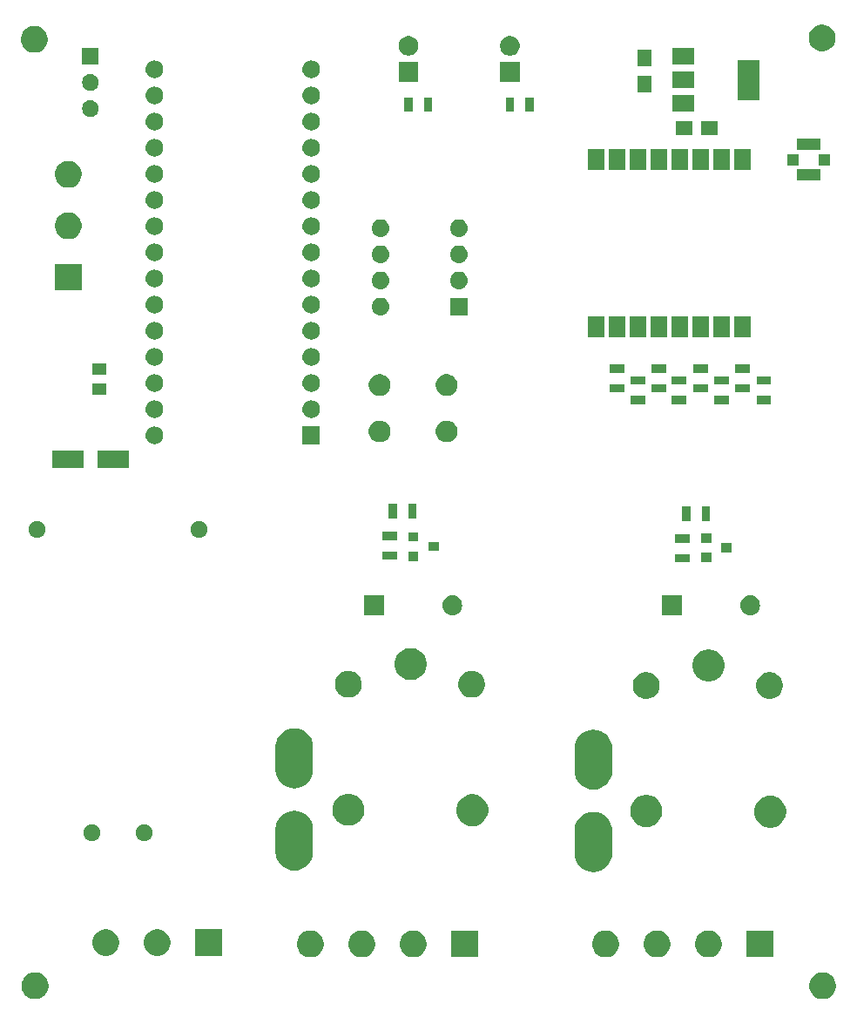
<source format=gbr>
G04 #@! TF.GenerationSoftware,KiCad,Pcbnew,5.0.2-bee76a0~70~ubuntu16.04.1*
G04 #@! TF.CreationDate,2019-03-16T11:45:13-06:00*
G04 #@! TF.ProjectId,LORA_Relay_AC,4c4f5241-5f52-4656-9c61-795f41432e6b,rev?*
G04 #@! TF.SameCoordinates,Original*
G04 #@! TF.FileFunction,Soldermask,Top*
G04 #@! TF.FilePolarity,Negative*
%FSLAX46Y46*%
G04 Gerber Fmt 4.6, Leading zero omitted, Abs format (unit mm)*
G04 Created by KiCad (PCBNEW 5.0.2-bee76a0~70~ubuntu16.04.1) date Sat 16 Mar 2019 11:45:13 AM MDT*
%MOMM*%
%LPD*%
G01*
G04 APERTURE LIST*
%ADD10C,0.100000*%
G04 APERTURE END LIST*
D10*
G36*
X87310985Y-152418996D02*
X87310987Y-152418997D01*
X87310988Y-152418997D01*
X87547755Y-152517069D01*
X87760842Y-152659449D01*
X87942051Y-152840658D01*
X88084431Y-153053745D01*
X88182504Y-153290515D01*
X88232500Y-153541861D01*
X88232500Y-153798139D01*
X88182504Y-154049485D01*
X88084431Y-154286255D01*
X87942051Y-154499342D01*
X87760842Y-154680551D01*
X87760839Y-154680553D01*
X87547755Y-154822931D01*
X87310988Y-154921003D01*
X87310987Y-154921003D01*
X87310985Y-154921004D01*
X87059639Y-154971000D01*
X86803361Y-154971000D01*
X86552015Y-154921004D01*
X86552013Y-154921003D01*
X86552012Y-154921003D01*
X86315245Y-154822931D01*
X86102161Y-154680553D01*
X86102158Y-154680551D01*
X85920949Y-154499342D01*
X85778569Y-154286255D01*
X85680496Y-154049485D01*
X85630500Y-153798139D01*
X85630500Y-153541861D01*
X85680496Y-153290515D01*
X85778569Y-153053745D01*
X85920949Y-152840658D01*
X86102158Y-152659449D01*
X86315245Y-152517069D01*
X86552012Y-152418997D01*
X86552013Y-152418997D01*
X86552015Y-152418996D01*
X86803361Y-152369000D01*
X87059639Y-152369000D01*
X87310985Y-152418996D01*
X87310985Y-152418996D01*
G37*
G36*
X163891985Y-152418996D02*
X163891987Y-152418997D01*
X163891988Y-152418997D01*
X164128755Y-152517069D01*
X164341842Y-152659449D01*
X164523051Y-152840658D01*
X164665431Y-153053745D01*
X164763504Y-153290515D01*
X164813500Y-153541861D01*
X164813500Y-153798139D01*
X164763504Y-154049485D01*
X164665431Y-154286255D01*
X164523051Y-154499342D01*
X164341842Y-154680551D01*
X164341839Y-154680553D01*
X164128755Y-154822931D01*
X163891988Y-154921003D01*
X163891987Y-154921003D01*
X163891985Y-154921004D01*
X163640639Y-154971000D01*
X163384361Y-154971000D01*
X163133015Y-154921004D01*
X163133013Y-154921003D01*
X163133012Y-154921003D01*
X162896245Y-154822931D01*
X162683161Y-154680553D01*
X162683158Y-154680551D01*
X162501949Y-154499342D01*
X162359569Y-154286255D01*
X162261496Y-154049485D01*
X162211500Y-153798139D01*
X162211500Y-153541861D01*
X162261496Y-153290515D01*
X162359569Y-153053745D01*
X162501949Y-152840658D01*
X162683158Y-152659449D01*
X162896245Y-152517069D01*
X163133012Y-152418997D01*
X163133013Y-152418997D01*
X163133015Y-152418996D01*
X163384361Y-152369000D01*
X163640639Y-152369000D01*
X163891985Y-152418996D01*
X163891985Y-152418996D01*
G37*
G36*
X114077485Y-148354996D02*
X114077487Y-148354997D01*
X114077488Y-148354997D01*
X114314255Y-148453069D01*
X114527342Y-148595449D01*
X114708551Y-148776658D01*
X114850931Y-148989745D01*
X114949004Y-149226515D01*
X114999000Y-149477861D01*
X114999000Y-149734139D01*
X114949004Y-149985485D01*
X114850931Y-150222255D01*
X114708551Y-150435342D01*
X114527342Y-150616551D01*
X114527339Y-150616553D01*
X114314255Y-150758931D01*
X114077488Y-150857003D01*
X114077487Y-150857003D01*
X114077485Y-150857004D01*
X113826139Y-150907000D01*
X113569861Y-150907000D01*
X113318515Y-150857004D01*
X113318513Y-150857003D01*
X113318512Y-150857003D01*
X113081745Y-150758931D01*
X112868661Y-150616553D01*
X112868658Y-150616551D01*
X112687449Y-150435342D01*
X112545069Y-150222255D01*
X112446996Y-149985485D01*
X112397000Y-149734139D01*
X112397000Y-149477861D01*
X112446996Y-149226515D01*
X112545069Y-148989745D01*
X112687449Y-148776658D01*
X112868658Y-148595449D01*
X113081745Y-148453069D01*
X113318512Y-148354997D01*
X113318513Y-148354997D01*
X113318515Y-148354996D01*
X113569861Y-148305000D01*
X113826139Y-148305000D01*
X114077485Y-148354996D01*
X114077485Y-148354996D01*
G37*
G36*
X147779485Y-148354996D02*
X147779487Y-148354997D01*
X147779488Y-148354997D01*
X148016255Y-148453069D01*
X148229342Y-148595449D01*
X148410551Y-148776658D01*
X148552931Y-148989745D01*
X148651004Y-149226515D01*
X148701000Y-149477861D01*
X148701000Y-149734139D01*
X148651004Y-149985485D01*
X148552931Y-150222255D01*
X148410551Y-150435342D01*
X148229342Y-150616551D01*
X148229339Y-150616553D01*
X148016255Y-150758931D01*
X147779488Y-150857003D01*
X147779487Y-150857003D01*
X147779485Y-150857004D01*
X147528139Y-150907000D01*
X147271861Y-150907000D01*
X147020515Y-150857004D01*
X147020513Y-150857003D01*
X147020512Y-150857003D01*
X146783745Y-150758931D01*
X146570661Y-150616553D01*
X146570658Y-150616551D01*
X146389449Y-150435342D01*
X146247069Y-150222255D01*
X146148996Y-149985485D01*
X146099000Y-149734139D01*
X146099000Y-149477861D01*
X146148996Y-149226515D01*
X146247069Y-148989745D01*
X146389449Y-148776658D01*
X146570658Y-148595449D01*
X146783745Y-148453069D01*
X147020512Y-148354997D01*
X147020513Y-148354997D01*
X147020515Y-148354996D01*
X147271861Y-148305000D01*
X147528139Y-148305000D01*
X147779485Y-148354996D01*
X147779485Y-148354996D01*
G37*
G36*
X142779485Y-148354996D02*
X142779487Y-148354997D01*
X142779488Y-148354997D01*
X143016255Y-148453069D01*
X143229342Y-148595449D01*
X143410551Y-148776658D01*
X143552931Y-148989745D01*
X143651004Y-149226515D01*
X143701000Y-149477861D01*
X143701000Y-149734139D01*
X143651004Y-149985485D01*
X143552931Y-150222255D01*
X143410551Y-150435342D01*
X143229342Y-150616551D01*
X143229339Y-150616553D01*
X143016255Y-150758931D01*
X142779488Y-150857003D01*
X142779487Y-150857003D01*
X142779485Y-150857004D01*
X142528139Y-150907000D01*
X142271861Y-150907000D01*
X142020515Y-150857004D01*
X142020513Y-150857003D01*
X142020512Y-150857003D01*
X141783745Y-150758931D01*
X141570661Y-150616553D01*
X141570658Y-150616551D01*
X141389449Y-150435342D01*
X141247069Y-150222255D01*
X141148996Y-149985485D01*
X141099000Y-149734139D01*
X141099000Y-149477861D01*
X141148996Y-149226515D01*
X141247069Y-148989745D01*
X141389449Y-148776658D01*
X141570658Y-148595449D01*
X141783745Y-148453069D01*
X142020512Y-148354997D01*
X142020513Y-148354997D01*
X142020515Y-148354996D01*
X142271861Y-148305000D01*
X142528139Y-148305000D01*
X142779485Y-148354996D01*
X142779485Y-148354996D01*
G37*
G36*
X158701000Y-150907000D02*
X156099000Y-150907000D01*
X156099000Y-148305000D01*
X158701000Y-148305000D01*
X158701000Y-150907000D01*
X158701000Y-150907000D01*
G37*
G36*
X152779485Y-148354996D02*
X152779487Y-148354997D01*
X152779488Y-148354997D01*
X153016255Y-148453069D01*
X153229342Y-148595449D01*
X153410551Y-148776658D01*
X153552931Y-148989745D01*
X153651004Y-149226515D01*
X153701000Y-149477861D01*
X153701000Y-149734139D01*
X153651004Y-149985485D01*
X153552931Y-150222255D01*
X153410551Y-150435342D01*
X153229342Y-150616551D01*
X153229339Y-150616553D01*
X153016255Y-150758931D01*
X152779488Y-150857003D01*
X152779487Y-150857003D01*
X152779485Y-150857004D01*
X152528139Y-150907000D01*
X152271861Y-150907000D01*
X152020515Y-150857004D01*
X152020513Y-150857003D01*
X152020512Y-150857003D01*
X151783745Y-150758931D01*
X151570661Y-150616553D01*
X151570658Y-150616551D01*
X151389449Y-150435342D01*
X151247069Y-150222255D01*
X151148996Y-149985485D01*
X151099000Y-149734139D01*
X151099000Y-149477861D01*
X151148996Y-149226515D01*
X151247069Y-148989745D01*
X151389449Y-148776658D01*
X151570658Y-148595449D01*
X151783745Y-148453069D01*
X152020512Y-148354997D01*
X152020513Y-148354997D01*
X152020515Y-148354996D01*
X152271861Y-148305000D01*
X152528139Y-148305000D01*
X152779485Y-148354996D01*
X152779485Y-148354996D01*
G37*
G36*
X129999000Y-150907000D02*
X127397000Y-150907000D01*
X127397000Y-148305000D01*
X129999000Y-148305000D01*
X129999000Y-150907000D01*
X129999000Y-150907000D01*
G37*
G36*
X124077485Y-148354996D02*
X124077487Y-148354997D01*
X124077488Y-148354997D01*
X124314255Y-148453069D01*
X124527342Y-148595449D01*
X124708551Y-148776658D01*
X124850931Y-148989745D01*
X124949004Y-149226515D01*
X124999000Y-149477861D01*
X124999000Y-149734139D01*
X124949004Y-149985485D01*
X124850931Y-150222255D01*
X124708551Y-150435342D01*
X124527342Y-150616551D01*
X124527339Y-150616553D01*
X124314255Y-150758931D01*
X124077488Y-150857003D01*
X124077487Y-150857003D01*
X124077485Y-150857004D01*
X123826139Y-150907000D01*
X123569861Y-150907000D01*
X123318515Y-150857004D01*
X123318513Y-150857003D01*
X123318512Y-150857003D01*
X123081745Y-150758931D01*
X122868661Y-150616553D01*
X122868658Y-150616551D01*
X122687449Y-150435342D01*
X122545069Y-150222255D01*
X122446996Y-149985485D01*
X122397000Y-149734139D01*
X122397000Y-149477861D01*
X122446996Y-149226515D01*
X122545069Y-148989745D01*
X122687449Y-148776658D01*
X122868658Y-148595449D01*
X123081745Y-148453069D01*
X123318512Y-148354997D01*
X123318513Y-148354997D01*
X123318515Y-148354996D01*
X123569861Y-148305000D01*
X123826139Y-148305000D01*
X124077485Y-148354996D01*
X124077485Y-148354996D01*
G37*
G36*
X119077485Y-148354996D02*
X119077487Y-148354997D01*
X119077488Y-148354997D01*
X119314255Y-148453069D01*
X119527342Y-148595449D01*
X119708551Y-148776658D01*
X119850931Y-148989745D01*
X119949004Y-149226515D01*
X119999000Y-149477861D01*
X119999000Y-149734139D01*
X119949004Y-149985485D01*
X119850931Y-150222255D01*
X119708551Y-150435342D01*
X119527342Y-150616551D01*
X119527339Y-150616553D01*
X119314255Y-150758931D01*
X119077488Y-150857003D01*
X119077487Y-150857003D01*
X119077485Y-150857004D01*
X118826139Y-150907000D01*
X118569861Y-150907000D01*
X118318515Y-150857004D01*
X118318513Y-150857003D01*
X118318512Y-150857003D01*
X118081745Y-150758931D01*
X117868661Y-150616553D01*
X117868658Y-150616551D01*
X117687449Y-150435342D01*
X117545069Y-150222255D01*
X117446996Y-149985485D01*
X117397000Y-149734139D01*
X117397000Y-149477861D01*
X117446996Y-149226515D01*
X117545069Y-148989745D01*
X117687449Y-148776658D01*
X117868658Y-148595449D01*
X118081745Y-148453069D01*
X118318512Y-148354997D01*
X118318513Y-148354997D01*
X118318515Y-148354996D01*
X118569861Y-148305000D01*
X118826139Y-148305000D01*
X119077485Y-148354996D01*
X119077485Y-148354996D01*
G37*
G36*
X99185485Y-148227996D02*
X99185487Y-148227997D01*
X99185488Y-148227997D01*
X99371390Y-148305000D01*
X99422255Y-148326069D01*
X99635342Y-148468449D01*
X99816551Y-148649658D01*
X99958931Y-148862745D01*
X100057004Y-149099515D01*
X100107000Y-149350861D01*
X100107000Y-149607139D01*
X100057004Y-149858485D01*
X99958931Y-150095255D01*
X99816551Y-150308342D01*
X99635342Y-150489551D01*
X99635339Y-150489553D01*
X99422255Y-150631931D01*
X99185488Y-150730003D01*
X99185487Y-150730003D01*
X99185485Y-150730004D01*
X98934139Y-150780000D01*
X98677861Y-150780000D01*
X98426515Y-150730004D01*
X98426513Y-150730003D01*
X98426512Y-150730003D01*
X98189745Y-150631931D01*
X97976661Y-150489553D01*
X97976658Y-150489551D01*
X97795449Y-150308342D01*
X97653069Y-150095255D01*
X97554996Y-149858485D01*
X97505000Y-149607139D01*
X97505000Y-149350861D01*
X97554996Y-149099515D01*
X97653069Y-148862745D01*
X97795449Y-148649658D01*
X97976658Y-148468449D01*
X98189745Y-148326069D01*
X98240610Y-148305000D01*
X98426512Y-148227997D01*
X98426513Y-148227997D01*
X98426515Y-148227996D01*
X98677861Y-148178000D01*
X98934139Y-148178000D01*
X99185485Y-148227996D01*
X99185485Y-148227996D01*
G37*
G36*
X94185485Y-148227996D02*
X94185487Y-148227997D01*
X94185488Y-148227997D01*
X94371390Y-148305000D01*
X94422255Y-148326069D01*
X94635342Y-148468449D01*
X94816551Y-148649658D01*
X94958931Y-148862745D01*
X95057004Y-149099515D01*
X95107000Y-149350861D01*
X95107000Y-149607139D01*
X95057004Y-149858485D01*
X94958931Y-150095255D01*
X94816551Y-150308342D01*
X94635342Y-150489551D01*
X94635339Y-150489553D01*
X94422255Y-150631931D01*
X94185488Y-150730003D01*
X94185487Y-150730003D01*
X94185485Y-150730004D01*
X93934139Y-150780000D01*
X93677861Y-150780000D01*
X93426515Y-150730004D01*
X93426513Y-150730003D01*
X93426512Y-150730003D01*
X93189745Y-150631931D01*
X92976661Y-150489553D01*
X92976658Y-150489551D01*
X92795449Y-150308342D01*
X92653069Y-150095255D01*
X92554996Y-149858485D01*
X92505000Y-149607139D01*
X92505000Y-149350861D01*
X92554996Y-149099515D01*
X92653069Y-148862745D01*
X92795449Y-148649658D01*
X92976658Y-148468449D01*
X93189745Y-148326069D01*
X93240610Y-148305000D01*
X93426512Y-148227997D01*
X93426513Y-148227997D01*
X93426515Y-148227996D01*
X93677861Y-148178000D01*
X93934139Y-148178000D01*
X94185485Y-148227996D01*
X94185485Y-148227996D01*
G37*
G36*
X105107000Y-150780000D02*
X102505000Y-150780000D01*
X102505000Y-148178000D01*
X105107000Y-148178000D01*
X105107000Y-150780000D01*
X105107000Y-150780000D01*
G37*
G36*
X141582543Y-136817964D02*
X141582546Y-136817965D01*
X141582547Y-136817965D01*
X141927314Y-136922549D01*
X142245054Y-137092384D01*
X142245055Y-137092385D01*
X142245057Y-137092386D01*
X142523556Y-137320944D01*
X142725248Y-137566707D01*
X142752116Y-137599446D01*
X142921951Y-137917186D01*
X143006648Y-138196396D01*
X143026536Y-138261957D01*
X143053000Y-138530651D01*
X143053000Y-140869349D01*
X143026536Y-141138043D01*
X143026535Y-141138046D01*
X143026535Y-141138047D01*
X142921951Y-141482814D01*
X142752117Y-141800553D01*
X142752114Y-141800557D01*
X142523556Y-142079056D01*
X142245055Y-142307616D01*
X141927318Y-142477449D01*
X141927315Y-142477450D01*
X141927313Y-142477451D01*
X141582546Y-142582035D01*
X141582545Y-142582035D01*
X141582542Y-142582036D01*
X141224000Y-142617349D01*
X140865457Y-142582036D01*
X140865454Y-142582035D01*
X140865453Y-142582035D01*
X140520686Y-142477451D01*
X140202946Y-142307616D01*
X140202945Y-142307615D01*
X140202943Y-142307614D01*
X139924444Y-142079056D01*
X139695884Y-141800555D01*
X139526051Y-141482818D01*
X139487526Y-141355818D01*
X139421465Y-141138046D01*
X139421465Y-141138045D01*
X139421464Y-141138042D01*
X139395000Y-140869348D01*
X139395001Y-138530651D01*
X139421465Y-138261957D01*
X139441353Y-138196396D01*
X139526050Y-137917186D01*
X139695885Y-137599446D01*
X139722753Y-137566707D01*
X139924445Y-137320944D01*
X140202944Y-137092386D01*
X140202946Y-137092385D01*
X140202947Y-137092384D01*
X140520687Y-136922549D01*
X140865454Y-136817965D01*
X140865455Y-136817965D01*
X140865458Y-136817964D01*
X141224000Y-136782651D01*
X141582543Y-136817964D01*
X141582543Y-136817964D01*
G37*
G36*
X112499543Y-136690964D02*
X112499546Y-136690965D01*
X112499547Y-136690965D01*
X112844314Y-136795549D01*
X113162054Y-136965384D01*
X113162055Y-136965385D01*
X113162057Y-136965386D01*
X113440556Y-137193944D01*
X113642221Y-137439674D01*
X113669116Y-137472446D01*
X113838951Y-137790186D01*
X113903349Y-138002479D01*
X113943536Y-138134957D01*
X113970000Y-138403651D01*
X113970000Y-140742349D01*
X113943536Y-141011043D01*
X113943535Y-141011046D01*
X113943535Y-141011047D01*
X113838951Y-141355814D01*
X113669117Y-141673553D01*
X113669114Y-141673557D01*
X113440556Y-141952056D01*
X113162055Y-142180616D01*
X112844318Y-142350449D01*
X112844315Y-142350450D01*
X112844313Y-142350451D01*
X112499546Y-142455035D01*
X112499545Y-142455035D01*
X112499542Y-142455036D01*
X112141000Y-142490349D01*
X111782457Y-142455036D01*
X111782454Y-142455035D01*
X111782453Y-142455035D01*
X111437686Y-142350451D01*
X111119946Y-142180616D01*
X111119945Y-142180615D01*
X111119943Y-142180614D01*
X110841444Y-141952056D01*
X110612884Y-141673555D01*
X110443051Y-141355818D01*
X110376991Y-141138047D01*
X110338465Y-141011046D01*
X110338465Y-141011045D01*
X110338464Y-141011042D01*
X110312000Y-140742348D01*
X110312001Y-138403651D01*
X110338465Y-138134957D01*
X110378652Y-138002479D01*
X110443050Y-137790186D01*
X110612885Y-137472446D01*
X110639780Y-137439674D01*
X110841445Y-137193944D01*
X111119944Y-136965386D01*
X111119946Y-136965385D01*
X111119947Y-136965384D01*
X111437687Y-136795549D01*
X111782454Y-136690965D01*
X111782455Y-136690965D01*
X111782458Y-136690964D01*
X112141000Y-136655651D01*
X112499543Y-136690964D01*
X112499543Y-136690964D01*
G37*
G36*
X92693142Y-138029242D02*
X92841102Y-138090530D01*
X92974258Y-138179502D01*
X93087498Y-138292742D01*
X93176470Y-138425898D01*
X93237758Y-138573858D01*
X93269000Y-138730925D01*
X93269000Y-138891075D01*
X93237758Y-139048142D01*
X93176470Y-139196102D01*
X93087498Y-139329258D01*
X92974258Y-139442498D01*
X92841102Y-139531470D01*
X92693142Y-139592758D01*
X92536075Y-139624000D01*
X92375925Y-139624000D01*
X92218858Y-139592758D01*
X92070898Y-139531470D01*
X91937742Y-139442498D01*
X91824502Y-139329258D01*
X91735530Y-139196102D01*
X91674242Y-139048142D01*
X91643000Y-138891075D01*
X91643000Y-138730925D01*
X91674242Y-138573858D01*
X91735530Y-138425898D01*
X91824502Y-138292742D01*
X91937742Y-138179502D01*
X92070898Y-138090530D01*
X92218858Y-138029242D01*
X92375925Y-137998000D01*
X92536075Y-137998000D01*
X92693142Y-138029242D01*
X92693142Y-138029242D01*
G37*
G36*
X97773142Y-138029242D02*
X97921102Y-138090530D01*
X98054258Y-138179502D01*
X98167498Y-138292742D01*
X98256470Y-138425898D01*
X98317758Y-138573858D01*
X98349000Y-138730925D01*
X98349000Y-138891075D01*
X98317758Y-139048142D01*
X98256470Y-139196102D01*
X98167498Y-139329258D01*
X98054258Y-139442498D01*
X97921102Y-139531470D01*
X97773142Y-139592758D01*
X97616075Y-139624000D01*
X97455925Y-139624000D01*
X97298858Y-139592758D01*
X97150898Y-139531470D01*
X97017742Y-139442498D01*
X96904502Y-139329258D01*
X96815530Y-139196102D01*
X96754242Y-139048142D01*
X96723000Y-138891075D01*
X96723000Y-138730925D01*
X96754242Y-138573858D01*
X96815530Y-138425898D01*
X96904502Y-138292742D01*
X97017742Y-138179502D01*
X97150898Y-138090530D01*
X97298858Y-138029242D01*
X97455925Y-137998000D01*
X97616075Y-137998000D01*
X97773142Y-138029242D01*
X97773142Y-138029242D01*
G37*
G36*
X158752527Y-135243736D02*
X158852410Y-135263604D01*
X159134674Y-135380521D01*
X159388705Y-135550259D01*
X159604741Y-135766295D01*
X159774479Y-136020326D01*
X159891396Y-136302590D01*
X159891396Y-136302591D01*
X159951000Y-136602238D01*
X159951000Y-136907762D01*
X159916658Y-137080409D01*
X159891396Y-137207410D01*
X159774479Y-137489674D01*
X159604741Y-137743705D01*
X159388705Y-137959741D01*
X159134674Y-138129479D01*
X158852410Y-138246396D01*
X158774179Y-138261957D01*
X158552762Y-138306000D01*
X158247238Y-138306000D01*
X158025821Y-138261957D01*
X157947590Y-138246396D01*
X157665326Y-138129479D01*
X157411295Y-137959741D01*
X157195259Y-137743705D01*
X157025521Y-137489674D01*
X156908604Y-137207410D01*
X156883342Y-137080409D01*
X156849000Y-136907762D01*
X156849000Y-136602238D01*
X156908604Y-136302591D01*
X156908604Y-136302590D01*
X157025521Y-136020326D01*
X157195259Y-135766295D01*
X157411295Y-135550259D01*
X157665326Y-135380521D01*
X157947590Y-135263604D01*
X158047473Y-135243736D01*
X158247238Y-135204000D01*
X158552762Y-135204000D01*
X158752527Y-135243736D01*
X158752527Y-135243736D01*
G37*
G36*
X146702527Y-135193736D02*
X146802410Y-135213604D01*
X147084674Y-135330521D01*
X147338705Y-135500259D01*
X147554741Y-135716295D01*
X147724479Y-135970326D01*
X147809502Y-136175591D01*
X147841396Y-136252591D01*
X147901000Y-136552238D01*
X147901000Y-136857762D01*
X147879592Y-136965384D01*
X147841396Y-137157410D01*
X147724479Y-137439674D01*
X147554741Y-137693705D01*
X147338705Y-137909741D01*
X147084674Y-138079479D01*
X146802410Y-138196396D01*
X146702527Y-138216264D01*
X146502762Y-138256000D01*
X146197238Y-138256000D01*
X145997473Y-138216264D01*
X145897590Y-138196396D01*
X145615326Y-138079479D01*
X145361295Y-137909741D01*
X145145259Y-137693705D01*
X144975521Y-137439674D01*
X144858604Y-137157410D01*
X144820408Y-136965384D01*
X144799000Y-136857762D01*
X144799000Y-136552238D01*
X144858604Y-136252591D01*
X144890498Y-136175591D01*
X144975521Y-135970326D01*
X145145259Y-135716295D01*
X145361295Y-135500259D01*
X145615326Y-135330521D01*
X145897590Y-135213604D01*
X145997473Y-135193736D01*
X146197238Y-135154000D01*
X146502762Y-135154000D01*
X146702527Y-135193736D01*
X146702527Y-135193736D01*
G37*
G36*
X129796527Y-135116736D02*
X129896410Y-135136604D01*
X130178674Y-135253521D01*
X130432705Y-135423259D01*
X130648741Y-135639295D01*
X130818479Y-135893326D01*
X130935396Y-136175590D01*
X130935396Y-136175591D01*
X130995000Y-136475238D01*
X130995000Y-136780762D01*
X130966796Y-136922550D01*
X130935396Y-137080410D01*
X130818479Y-137362674D01*
X130648741Y-137616705D01*
X130432705Y-137832741D01*
X130178674Y-138002479D01*
X129896410Y-138119396D01*
X129818179Y-138134957D01*
X129596762Y-138179000D01*
X129291238Y-138179000D01*
X129069821Y-138134957D01*
X128991590Y-138119396D01*
X128709326Y-138002479D01*
X128455295Y-137832741D01*
X128239259Y-137616705D01*
X128069521Y-137362674D01*
X127952604Y-137080410D01*
X127921204Y-136922550D01*
X127893000Y-136780762D01*
X127893000Y-136475238D01*
X127952604Y-136175591D01*
X127952604Y-136175590D01*
X128069521Y-135893326D01*
X128239259Y-135639295D01*
X128455295Y-135423259D01*
X128709326Y-135253521D01*
X128991590Y-135136604D01*
X129091473Y-135116736D01*
X129291238Y-135077000D01*
X129596762Y-135077000D01*
X129796527Y-135116736D01*
X129796527Y-135116736D01*
G37*
G36*
X117746527Y-135066736D02*
X117846410Y-135086604D01*
X118128674Y-135203521D01*
X118382705Y-135373259D01*
X118598741Y-135589295D01*
X118768479Y-135843326D01*
X118841794Y-136020326D01*
X118885396Y-136125591D01*
X118945000Y-136425238D01*
X118945000Y-136730762D01*
X118927654Y-136817964D01*
X118885396Y-137030410D01*
X118768479Y-137312674D01*
X118598741Y-137566705D01*
X118382705Y-137782741D01*
X118128674Y-137952479D01*
X117846410Y-138069396D01*
X117795719Y-138079479D01*
X117546762Y-138129000D01*
X117241238Y-138129000D01*
X116992281Y-138079479D01*
X116941590Y-138069396D01*
X116659326Y-137952479D01*
X116405295Y-137782741D01*
X116189259Y-137566705D01*
X116019521Y-137312674D01*
X115902604Y-137030410D01*
X115860346Y-136817964D01*
X115843000Y-136730762D01*
X115843000Y-136425238D01*
X115902604Y-136125591D01*
X115946206Y-136020326D01*
X116019521Y-135843326D01*
X116189259Y-135589295D01*
X116405295Y-135373259D01*
X116659326Y-135203521D01*
X116941590Y-135086604D01*
X117041473Y-135066736D01*
X117241238Y-135027000D01*
X117546762Y-135027000D01*
X117746527Y-135066736D01*
X117746527Y-135066736D01*
G37*
G36*
X141582543Y-128817964D02*
X141582546Y-128817965D01*
X141582547Y-128817965D01*
X141927314Y-128922549D01*
X142245054Y-129092384D01*
X142245055Y-129092385D01*
X142245057Y-129092386D01*
X142523556Y-129320944D01*
X142752114Y-129599443D01*
X142921950Y-129917184D01*
X143026536Y-130261957D01*
X143053000Y-130530651D01*
X143053000Y-132869349D01*
X143026536Y-133138043D01*
X143026535Y-133138046D01*
X143026535Y-133138047D01*
X142921951Y-133482814D01*
X142752117Y-133800553D01*
X142752114Y-133800557D01*
X142523556Y-134079056D01*
X142245055Y-134307616D01*
X141927318Y-134477449D01*
X141927315Y-134477450D01*
X141927313Y-134477451D01*
X141582546Y-134582035D01*
X141582545Y-134582035D01*
X141582542Y-134582036D01*
X141224000Y-134617349D01*
X140865457Y-134582036D01*
X140865454Y-134582035D01*
X140865453Y-134582035D01*
X140520686Y-134477451D01*
X140202946Y-134307616D01*
X140202945Y-134307615D01*
X140202943Y-134307614D01*
X139924444Y-134079056D01*
X139695884Y-133800555D01*
X139526051Y-133482818D01*
X139487526Y-133355818D01*
X139421465Y-133138046D01*
X139421465Y-133138045D01*
X139421464Y-133138042D01*
X139395000Y-132869348D01*
X139395001Y-130530651D01*
X139421465Y-130261957D01*
X139526051Y-129917184D01*
X139695887Y-129599443D01*
X139924445Y-129320944D01*
X140202944Y-129092386D01*
X140202946Y-129092385D01*
X140202947Y-129092384D01*
X140520687Y-128922549D01*
X140865454Y-128817965D01*
X140865455Y-128817965D01*
X140865458Y-128817964D01*
X141224000Y-128782651D01*
X141582543Y-128817964D01*
X141582543Y-128817964D01*
G37*
G36*
X112499543Y-128690964D02*
X112499546Y-128690965D01*
X112499547Y-128690965D01*
X112844314Y-128795549D01*
X113162054Y-128965384D01*
X113162055Y-128965385D01*
X113162057Y-128965386D01*
X113440556Y-129193944D01*
X113669114Y-129472443D01*
X113669116Y-129472446D01*
X113813768Y-129743072D01*
X113838950Y-129790184D01*
X113943536Y-130134957D01*
X113970000Y-130403651D01*
X113970000Y-132742349D01*
X113943536Y-133011043D01*
X113943535Y-133011046D01*
X113943535Y-133011047D01*
X113838951Y-133355814D01*
X113669117Y-133673553D01*
X113669114Y-133673557D01*
X113440556Y-133952056D01*
X113162055Y-134180616D01*
X112844318Y-134350449D01*
X112844315Y-134350450D01*
X112844313Y-134350451D01*
X112499546Y-134455035D01*
X112499545Y-134455035D01*
X112499542Y-134455036D01*
X112141000Y-134490349D01*
X111782457Y-134455036D01*
X111782454Y-134455035D01*
X111782453Y-134455035D01*
X111437686Y-134350451D01*
X111119946Y-134180616D01*
X111119945Y-134180615D01*
X111119943Y-134180614D01*
X110841444Y-133952056D01*
X110612884Y-133673555D01*
X110443051Y-133355818D01*
X110376991Y-133138047D01*
X110338465Y-133011046D01*
X110338465Y-133011045D01*
X110338464Y-133011042D01*
X110312000Y-132742348D01*
X110312001Y-130403651D01*
X110338465Y-130134957D01*
X110443051Y-129790184D01*
X110468233Y-129743072D01*
X110612885Y-129472446D01*
X110612887Y-129472443D01*
X110841445Y-129193944D01*
X111119944Y-128965386D01*
X111119946Y-128965385D01*
X111119947Y-128965384D01*
X111437687Y-128795549D01*
X111782454Y-128690965D01*
X111782455Y-128690965D01*
X111782458Y-128690964D01*
X112141000Y-128655651D01*
X112499543Y-128690964D01*
X112499543Y-128690964D01*
G37*
G36*
X146729485Y-123253996D02*
X146729487Y-123253997D01*
X146729488Y-123253997D01*
X146815615Y-123289672D01*
X146966255Y-123352069D01*
X147179342Y-123494449D01*
X147360551Y-123675658D01*
X147502931Y-123888745D01*
X147601004Y-124125515D01*
X147651000Y-124376861D01*
X147651000Y-124633139D01*
X147601004Y-124884485D01*
X147502931Y-125121255D01*
X147360551Y-125334342D01*
X147179342Y-125515551D01*
X147179339Y-125515553D01*
X146966255Y-125657931D01*
X146729488Y-125756003D01*
X146729487Y-125756003D01*
X146729485Y-125756004D01*
X146478139Y-125806000D01*
X146221861Y-125806000D01*
X145970515Y-125756004D01*
X145970513Y-125756003D01*
X145970512Y-125756003D01*
X145733745Y-125657931D01*
X145520661Y-125515553D01*
X145520658Y-125515551D01*
X145339449Y-125334342D01*
X145197069Y-125121255D01*
X145098996Y-124884485D01*
X145049000Y-124633139D01*
X145049000Y-124376861D01*
X145098996Y-124125515D01*
X145197069Y-123888745D01*
X145339449Y-123675658D01*
X145520658Y-123494449D01*
X145733745Y-123352069D01*
X145884385Y-123289672D01*
X145970512Y-123253997D01*
X145970513Y-123253997D01*
X145970515Y-123253996D01*
X146221861Y-123204000D01*
X146478139Y-123204000D01*
X146729485Y-123253996D01*
X146729485Y-123253996D01*
G37*
G36*
X158729485Y-123253996D02*
X158729487Y-123253997D01*
X158729488Y-123253997D01*
X158815615Y-123289672D01*
X158966255Y-123352069D01*
X159179342Y-123494449D01*
X159360551Y-123675658D01*
X159502931Y-123888745D01*
X159601004Y-124125515D01*
X159651000Y-124376861D01*
X159651000Y-124633139D01*
X159601004Y-124884485D01*
X159502931Y-125121255D01*
X159360551Y-125334342D01*
X159179342Y-125515551D01*
X159179339Y-125515553D01*
X158966255Y-125657931D01*
X158729488Y-125756003D01*
X158729487Y-125756003D01*
X158729485Y-125756004D01*
X158478139Y-125806000D01*
X158221861Y-125806000D01*
X157970515Y-125756004D01*
X157970513Y-125756003D01*
X157970512Y-125756003D01*
X157733745Y-125657931D01*
X157520661Y-125515553D01*
X157520658Y-125515551D01*
X157339449Y-125334342D01*
X157197069Y-125121255D01*
X157098996Y-124884485D01*
X157049000Y-124633139D01*
X157049000Y-124376861D01*
X157098996Y-124125515D01*
X157197069Y-123888745D01*
X157339449Y-123675658D01*
X157520658Y-123494449D01*
X157733745Y-123352069D01*
X157884385Y-123289672D01*
X157970512Y-123253997D01*
X157970513Y-123253997D01*
X157970515Y-123253996D01*
X158221861Y-123204000D01*
X158478139Y-123204000D01*
X158729485Y-123253996D01*
X158729485Y-123253996D01*
G37*
G36*
X129773485Y-123126996D02*
X129773487Y-123126997D01*
X129773488Y-123126997D01*
X129859615Y-123162672D01*
X130010255Y-123225069D01*
X130223342Y-123367449D01*
X130404551Y-123548658D01*
X130404553Y-123548661D01*
X130546931Y-123761745D01*
X130616409Y-123929479D01*
X130645004Y-123998515D01*
X130695000Y-124249861D01*
X130695000Y-124506139D01*
X130645004Y-124757485D01*
X130546931Y-124994255D01*
X130404551Y-125207342D01*
X130223342Y-125388551D01*
X130223339Y-125388553D01*
X130010255Y-125530931D01*
X129773488Y-125629003D01*
X129773487Y-125629003D01*
X129773485Y-125629004D01*
X129522139Y-125679000D01*
X129265861Y-125679000D01*
X129014515Y-125629004D01*
X129014513Y-125629003D01*
X129014512Y-125629003D01*
X128777745Y-125530931D01*
X128564661Y-125388553D01*
X128564658Y-125388551D01*
X128383449Y-125207342D01*
X128241069Y-124994255D01*
X128142996Y-124757485D01*
X128093000Y-124506139D01*
X128093000Y-124249861D01*
X128142996Y-123998515D01*
X128171592Y-123929479D01*
X128241069Y-123761745D01*
X128383447Y-123548661D01*
X128383449Y-123548658D01*
X128564658Y-123367449D01*
X128777745Y-123225069D01*
X128928385Y-123162672D01*
X129014512Y-123126997D01*
X129014513Y-123126997D01*
X129014515Y-123126996D01*
X129265861Y-123077000D01*
X129522139Y-123077000D01*
X129773485Y-123126996D01*
X129773485Y-123126996D01*
G37*
G36*
X117773485Y-123126996D02*
X117773487Y-123126997D01*
X117773488Y-123126997D01*
X117859615Y-123162672D01*
X118010255Y-123225069D01*
X118223342Y-123367449D01*
X118404551Y-123548658D01*
X118404553Y-123548661D01*
X118546931Y-123761745D01*
X118616409Y-123929479D01*
X118645004Y-123998515D01*
X118695000Y-124249861D01*
X118695000Y-124506139D01*
X118645004Y-124757485D01*
X118546931Y-124994255D01*
X118404551Y-125207342D01*
X118223342Y-125388551D01*
X118223339Y-125388553D01*
X118010255Y-125530931D01*
X117773488Y-125629003D01*
X117773487Y-125629003D01*
X117773485Y-125629004D01*
X117522139Y-125679000D01*
X117265861Y-125679000D01*
X117014515Y-125629004D01*
X117014513Y-125629003D01*
X117014512Y-125629003D01*
X116777745Y-125530931D01*
X116564661Y-125388553D01*
X116564658Y-125388551D01*
X116383449Y-125207342D01*
X116241069Y-124994255D01*
X116142996Y-124757485D01*
X116093000Y-124506139D01*
X116093000Y-124249861D01*
X116142996Y-123998515D01*
X116171592Y-123929479D01*
X116241069Y-123761745D01*
X116383447Y-123548661D01*
X116383449Y-123548658D01*
X116564658Y-123367449D01*
X116777745Y-123225069D01*
X116928385Y-123162672D01*
X117014512Y-123126997D01*
X117014513Y-123126997D01*
X117014515Y-123126996D01*
X117265861Y-123077000D01*
X117522139Y-123077000D01*
X117773485Y-123126996D01*
X117773485Y-123126996D01*
G37*
G36*
X152752527Y-121043736D02*
X152852410Y-121063604D01*
X153134674Y-121180521D01*
X153388705Y-121350259D01*
X153604741Y-121566295D01*
X153774479Y-121820326D01*
X153891396Y-122102590D01*
X153951000Y-122402240D01*
X153951000Y-122707760D01*
X153891396Y-123007410D01*
X153774479Y-123289674D01*
X153604741Y-123543705D01*
X153388705Y-123759741D01*
X153134674Y-123929479D01*
X152852410Y-124046396D01*
X152752527Y-124066264D01*
X152552762Y-124106000D01*
X152247238Y-124106000D01*
X152047473Y-124066264D01*
X151947590Y-124046396D01*
X151665326Y-123929479D01*
X151411295Y-123759741D01*
X151195259Y-123543705D01*
X151025521Y-123289674D01*
X150908604Y-123007410D01*
X150849000Y-122707760D01*
X150849000Y-122402240D01*
X150908604Y-122102590D01*
X151025521Y-121820326D01*
X151195259Y-121566295D01*
X151411295Y-121350259D01*
X151665326Y-121180521D01*
X151947590Y-121063604D01*
X152047473Y-121043736D01*
X152247238Y-121004000D01*
X152552762Y-121004000D01*
X152752527Y-121043736D01*
X152752527Y-121043736D01*
G37*
G36*
X123796527Y-120916736D02*
X123896410Y-120936604D01*
X124178674Y-121053521D01*
X124432705Y-121223259D01*
X124648741Y-121439295D01*
X124818479Y-121693326D01*
X124935396Y-121975590D01*
X124995000Y-122275240D01*
X124995000Y-122580760D01*
X124935396Y-122880410D01*
X124818479Y-123162674D01*
X124648741Y-123416705D01*
X124432705Y-123632741D01*
X124178674Y-123802479D01*
X123896410Y-123919396D01*
X123845719Y-123929479D01*
X123596762Y-123979000D01*
X123291238Y-123979000D01*
X123042281Y-123929479D01*
X122991590Y-123919396D01*
X122709326Y-123802479D01*
X122455295Y-123632741D01*
X122239259Y-123416705D01*
X122069521Y-123162674D01*
X121952604Y-122880410D01*
X121893000Y-122580760D01*
X121893000Y-122275240D01*
X121952604Y-121975590D01*
X122069521Y-121693326D01*
X122239259Y-121439295D01*
X122455295Y-121223259D01*
X122709326Y-121053521D01*
X122991590Y-120936604D01*
X123091473Y-120916736D01*
X123291238Y-120877000D01*
X123596762Y-120877000D01*
X123796527Y-120916736D01*
X123796527Y-120916736D01*
G37*
G36*
X120839000Y-117664000D02*
X118937000Y-117664000D01*
X118937000Y-115762000D01*
X120839000Y-115762000D01*
X120839000Y-117664000D01*
X120839000Y-117664000D01*
G37*
G36*
X127694425Y-115775760D02*
X127694428Y-115775761D01*
X127694429Y-115775761D01*
X127873693Y-115830140D01*
X127873695Y-115830141D01*
X128038905Y-115918448D01*
X128183712Y-116037288D01*
X128302552Y-116182095D01*
X128390859Y-116347305D01*
X128445240Y-116526575D01*
X128463601Y-116713000D01*
X128445240Y-116899425D01*
X128390859Y-117078695D01*
X128302552Y-117243905D01*
X128183712Y-117388712D01*
X128038905Y-117507552D01*
X128038903Y-117507553D01*
X127873693Y-117595860D01*
X127694429Y-117650239D01*
X127694428Y-117650239D01*
X127694425Y-117650240D01*
X127554718Y-117664000D01*
X127461282Y-117664000D01*
X127321575Y-117650240D01*
X127321572Y-117650239D01*
X127321571Y-117650239D01*
X127142307Y-117595860D01*
X126977097Y-117507553D01*
X126977095Y-117507552D01*
X126832288Y-117388712D01*
X126713448Y-117243905D01*
X126625141Y-117078695D01*
X126570760Y-116899425D01*
X126552399Y-116713000D01*
X126570760Y-116526575D01*
X126625141Y-116347305D01*
X126713448Y-116182095D01*
X126832288Y-116037288D01*
X126977095Y-115918448D01*
X127142305Y-115830141D01*
X127142307Y-115830140D01*
X127321571Y-115775761D01*
X127321572Y-115775761D01*
X127321575Y-115775760D01*
X127461282Y-115762000D01*
X127554718Y-115762000D01*
X127694425Y-115775760D01*
X127694425Y-115775760D01*
G37*
G36*
X156650425Y-115775760D02*
X156650428Y-115775761D01*
X156650429Y-115775761D01*
X156829693Y-115830140D01*
X156829695Y-115830141D01*
X156994905Y-115918448D01*
X157139712Y-116037288D01*
X157258552Y-116182095D01*
X157346859Y-116347305D01*
X157401240Y-116526575D01*
X157419601Y-116713000D01*
X157401240Y-116899425D01*
X157346859Y-117078695D01*
X157258552Y-117243905D01*
X157139712Y-117388712D01*
X156994905Y-117507552D01*
X156994903Y-117507553D01*
X156829693Y-117595860D01*
X156650429Y-117650239D01*
X156650428Y-117650239D01*
X156650425Y-117650240D01*
X156510718Y-117664000D01*
X156417282Y-117664000D01*
X156277575Y-117650240D01*
X156277572Y-117650239D01*
X156277571Y-117650239D01*
X156098307Y-117595860D01*
X155933097Y-117507553D01*
X155933095Y-117507552D01*
X155788288Y-117388712D01*
X155669448Y-117243905D01*
X155581141Y-117078695D01*
X155526760Y-116899425D01*
X155508399Y-116713000D01*
X155526760Y-116526575D01*
X155581141Y-116347305D01*
X155669448Y-116182095D01*
X155788288Y-116037288D01*
X155933095Y-115918448D01*
X156098305Y-115830141D01*
X156098307Y-115830140D01*
X156277571Y-115775761D01*
X156277572Y-115775761D01*
X156277575Y-115775760D01*
X156417282Y-115762000D01*
X156510718Y-115762000D01*
X156650425Y-115775760D01*
X156650425Y-115775760D01*
G37*
G36*
X149795000Y-117664000D02*
X147893000Y-117664000D01*
X147893000Y-115762000D01*
X149795000Y-115762000D01*
X149795000Y-117664000D01*
X149795000Y-117664000D01*
G37*
G36*
X150561000Y-112537000D02*
X149159000Y-112537000D01*
X149159000Y-111735000D01*
X150561000Y-111735000D01*
X150561000Y-112537000D01*
X150561000Y-112537000D01*
G37*
G36*
X152679000Y-112526000D02*
X151677000Y-112526000D01*
X151677000Y-111624000D01*
X152679000Y-111624000D01*
X152679000Y-112526000D01*
X152679000Y-112526000D01*
G37*
G36*
X124215000Y-112399000D02*
X123213000Y-112399000D01*
X123213000Y-111497000D01*
X124215000Y-111497000D01*
X124215000Y-112399000D01*
X124215000Y-112399000D01*
G37*
G36*
X122113000Y-112288001D02*
X120711000Y-112288001D01*
X120711000Y-111486001D01*
X122113000Y-111486001D01*
X122113000Y-112288001D01*
X122113000Y-112288001D01*
G37*
G36*
X154679000Y-111576000D02*
X153677000Y-111576000D01*
X153677000Y-110674000D01*
X154679000Y-110674000D01*
X154679000Y-111576000D01*
X154679000Y-111576000D01*
G37*
G36*
X126215000Y-111449000D02*
X125213000Y-111449000D01*
X125213000Y-110547000D01*
X126215000Y-110547000D01*
X126215000Y-111449000D01*
X126215000Y-111449000D01*
G37*
G36*
X150561000Y-110637000D02*
X149159000Y-110637000D01*
X149159000Y-109835000D01*
X150561000Y-109835000D01*
X150561000Y-110637000D01*
X150561000Y-110637000D01*
G37*
G36*
X152679000Y-110626000D02*
X151677000Y-110626000D01*
X151677000Y-109724000D01*
X152679000Y-109724000D01*
X152679000Y-110626000D01*
X152679000Y-110626000D01*
G37*
G36*
X124215000Y-110499000D02*
X123213000Y-110499000D01*
X123213000Y-109597000D01*
X124215000Y-109597000D01*
X124215000Y-110499000D01*
X124215000Y-110499000D01*
G37*
G36*
X122113000Y-110388001D02*
X120711000Y-110388001D01*
X120711000Y-109586001D01*
X122113000Y-109586001D01*
X122113000Y-110388001D01*
X122113000Y-110388001D01*
G37*
G36*
X103107142Y-108565242D02*
X103255102Y-108626530D01*
X103388258Y-108715502D01*
X103501498Y-108828742D01*
X103590470Y-108961898D01*
X103651758Y-109109858D01*
X103683000Y-109266925D01*
X103683000Y-109427075D01*
X103651758Y-109584142D01*
X103590470Y-109732102D01*
X103501498Y-109865258D01*
X103388258Y-109978498D01*
X103255102Y-110067470D01*
X103107142Y-110128758D01*
X102950075Y-110160000D01*
X102789925Y-110160000D01*
X102632858Y-110128758D01*
X102484898Y-110067470D01*
X102351742Y-109978498D01*
X102238502Y-109865258D01*
X102149530Y-109732102D01*
X102088242Y-109584142D01*
X102057000Y-109427075D01*
X102057000Y-109266925D01*
X102088242Y-109109858D01*
X102149530Y-108961898D01*
X102238502Y-108828742D01*
X102351742Y-108715502D01*
X102484898Y-108626530D01*
X102632858Y-108565242D01*
X102789925Y-108534000D01*
X102950075Y-108534000D01*
X103107142Y-108565242D01*
X103107142Y-108565242D01*
G37*
G36*
X87359142Y-108565242D02*
X87507102Y-108626530D01*
X87640258Y-108715502D01*
X87753498Y-108828742D01*
X87842470Y-108961898D01*
X87903758Y-109109858D01*
X87935000Y-109266925D01*
X87935000Y-109427075D01*
X87903758Y-109584142D01*
X87842470Y-109732102D01*
X87753498Y-109865258D01*
X87640258Y-109978498D01*
X87507102Y-110067470D01*
X87359142Y-110128758D01*
X87202075Y-110160000D01*
X87041925Y-110160000D01*
X86884858Y-110128758D01*
X86736898Y-110067470D01*
X86603742Y-109978498D01*
X86490502Y-109865258D01*
X86401530Y-109732102D01*
X86340242Y-109584142D01*
X86309000Y-109427075D01*
X86309000Y-109266925D01*
X86340242Y-109109858D01*
X86401530Y-108961898D01*
X86490502Y-108828742D01*
X86603742Y-108715502D01*
X86736898Y-108626530D01*
X86884858Y-108565242D01*
X87041925Y-108534000D01*
X87202075Y-108534000D01*
X87359142Y-108565242D01*
X87359142Y-108565242D01*
G37*
G36*
X152547001Y-108524000D02*
X151745001Y-108524000D01*
X151745001Y-107122000D01*
X152547001Y-107122000D01*
X152547001Y-108524000D01*
X152547001Y-108524000D01*
G37*
G36*
X150647001Y-108524000D02*
X149845001Y-108524000D01*
X149845001Y-107122000D01*
X150647001Y-107122000D01*
X150647001Y-108524000D01*
X150647001Y-108524000D01*
G37*
G36*
X122133000Y-108270000D02*
X121331000Y-108270000D01*
X121331000Y-106868000D01*
X122133000Y-106868000D01*
X122133000Y-108270000D01*
X122133000Y-108270000D01*
G37*
G36*
X124033000Y-108270000D02*
X123231000Y-108270000D01*
X123231000Y-106868000D01*
X124033000Y-106868000D01*
X124033000Y-108270000D01*
X124033000Y-108270000D01*
G37*
G36*
X91702500Y-103403500D02*
X88600500Y-103403500D01*
X88600500Y-101701500D01*
X91702500Y-101701500D01*
X91702500Y-103403500D01*
X91702500Y-103403500D01*
G37*
G36*
X96102500Y-103403500D02*
X93000500Y-103403500D01*
X93000500Y-101701500D01*
X96102500Y-101701500D01*
X96102500Y-103403500D01*
X96102500Y-103403500D01*
G37*
G36*
X114643000Y-101054000D02*
X112941000Y-101054000D01*
X112941000Y-99352000D01*
X114643000Y-99352000D01*
X114643000Y-101054000D01*
X114643000Y-101054000D01*
G37*
G36*
X98718821Y-99364313D02*
X98718824Y-99364314D01*
X98718825Y-99364314D01*
X98879239Y-99412975D01*
X98879241Y-99412976D01*
X98879244Y-99412977D01*
X99027078Y-99491995D01*
X99156659Y-99598341D01*
X99263005Y-99727922D01*
X99342023Y-99875756D01*
X99342024Y-99875759D01*
X99342025Y-99875761D01*
X99390686Y-100036175D01*
X99390687Y-100036179D01*
X99407117Y-100203000D01*
X99390687Y-100369821D01*
X99342023Y-100530244D01*
X99263005Y-100678078D01*
X99156659Y-100807659D01*
X99027078Y-100914005D01*
X98879244Y-100993023D01*
X98879241Y-100993024D01*
X98879239Y-100993025D01*
X98718825Y-101041686D01*
X98718824Y-101041686D01*
X98718821Y-101041687D01*
X98593804Y-101054000D01*
X98510196Y-101054000D01*
X98385179Y-101041687D01*
X98385176Y-101041686D01*
X98385175Y-101041686D01*
X98224761Y-100993025D01*
X98224759Y-100993024D01*
X98224756Y-100993023D01*
X98076922Y-100914005D01*
X97947341Y-100807659D01*
X97840995Y-100678078D01*
X97761977Y-100530244D01*
X97713313Y-100369821D01*
X97696883Y-100203000D01*
X97713313Y-100036179D01*
X97713314Y-100036175D01*
X97761975Y-99875761D01*
X97761976Y-99875759D01*
X97761977Y-99875756D01*
X97840995Y-99727922D01*
X97947341Y-99598341D01*
X98076922Y-99491995D01*
X98224756Y-99412977D01*
X98224759Y-99412976D01*
X98224761Y-99412975D01*
X98385175Y-99364314D01*
X98385176Y-99364314D01*
X98385179Y-99364313D01*
X98510196Y-99352000D01*
X98593804Y-99352000D01*
X98718821Y-99364313D01*
X98718821Y-99364313D01*
G37*
G36*
X127243065Y-98802890D02*
X127434334Y-98882116D01*
X127606476Y-98997138D01*
X127752863Y-99143525D01*
X127867885Y-99315667D01*
X127947111Y-99506936D01*
X127987500Y-99709985D01*
X127987500Y-99917017D01*
X127947111Y-100120066D01*
X127867885Y-100311335D01*
X127752863Y-100483477D01*
X127606476Y-100629864D01*
X127434334Y-100744886D01*
X127243065Y-100824112D01*
X127040016Y-100864501D01*
X126832984Y-100864501D01*
X126629935Y-100824112D01*
X126438666Y-100744886D01*
X126266524Y-100629864D01*
X126120137Y-100483477D01*
X126005115Y-100311335D01*
X125925889Y-100120066D01*
X125885500Y-99917017D01*
X125885500Y-99709985D01*
X125925889Y-99506936D01*
X126005115Y-99315667D01*
X126120137Y-99143525D01*
X126266524Y-98997138D01*
X126438666Y-98882116D01*
X126629935Y-98802890D01*
X126832984Y-98762501D01*
X127040016Y-98762501D01*
X127243065Y-98802890D01*
X127243065Y-98802890D01*
G37*
G36*
X120743065Y-98802890D02*
X120934334Y-98882116D01*
X121106476Y-98997138D01*
X121252863Y-99143525D01*
X121367885Y-99315667D01*
X121447111Y-99506936D01*
X121487500Y-99709985D01*
X121487500Y-99917017D01*
X121447111Y-100120066D01*
X121367885Y-100311335D01*
X121252863Y-100483477D01*
X121106476Y-100629864D01*
X120934334Y-100744886D01*
X120743065Y-100824112D01*
X120540016Y-100864501D01*
X120332984Y-100864501D01*
X120129935Y-100824112D01*
X119938666Y-100744886D01*
X119766524Y-100629864D01*
X119620137Y-100483477D01*
X119505115Y-100311335D01*
X119425889Y-100120066D01*
X119385500Y-99917017D01*
X119385500Y-99709985D01*
X119425889Y-99506936D01*
X119505115Y-99315667D01*
X119620137Y-99143525D01*
X119766524Y-98997138D01*
X119938666Y-98882116D01*
X120129935Y-98802890D01*
X120332984Y-98762501D01*
X120540016Y-98762501D01*
X120743065Y-98802890D01*
X120743065Y-98802890D01*
G37*
G36*
X113958821Y-96824313D02*
X113958824Y-96824314D01*
X113958825Y-96824314D01*
X114119239Y-96872975D01*
X114119241Y-96872976D01*
X114119244Y-96872977D01*
X114267078Y-96951995D01*
X114396659Y-97058341D01*
X114503005Y-97187922D01*
X114582023Y-97335756D01*
X114630687Y-97496179D01*
X114647117Y-97663000D01*
X114630687Y-97829821D01*
X114582023Y-97990244D01*
X114503005Y-98138078D01*
X114396659Y-98267659D01*
X114267078Y-98374005D01*
X114119244Y-98453023D01*
X114119241Y-98453024D01*
X114119239Y-98453025D01*
X113958825Y-98501686D01*
X113958824Y-98501686D01*
X113958821Y-98501687D01*
X113833804Y-98514000D01*
X113750196Y-98514000D01*
X113625179Y-98501687D01*
X113625176Y-98501686D01*
X113625175Y-98501686D01*
X113464761Y-98453025D01*
X113464759Y-98453024D01*
X113464756Y-98453023D01*
X113316922Y-98374005D01*
X113187341Y-98267659D01*
X113080995Y-98138078D01*
X113001977Y-97990244D01*
X112953313Y-97829821D01*
X112936883Y-97663000D01*
X112953313Y-97496179D01*
X113001977Y-97335756D01*
X113080995Y-97187922D01*
X113187341Y-97058341D01*
X113316922Y-96951995D01*
X113464756Y-96872977D01*
X113464759Y-96872976D01*
X113464761Y-96872975D01*
X113625175Y-96824314D01*
X113625176Y-96824314D01*
X113625179Y-96824313D01*
X113750196Y-96812000D01*
X113833804Y-96812000D01*
X113958821Y-96824313D01*
X113958821Y-96824313D01*
G37*
G36*
X98718821Y-96824313D02*
X98718824Y-96824314D01*
X98718825Y-96824314D01*
X98879239Y-96872975D01*
X98879241Y-96872976D01*
X98879244Y-96872977D01*
X99027078Y-96951995D01*
X99156659Y-97058341D01*
X99263005Y-97187922D01*
X99342023Y-97335756D01*
X99390687Y-97496179D01*
X99407117Y-97663000D01*
X99390687Y-97829821D01*
X99342023Y-97990244D01*
X99263005Y-98138078D01*
X99156659Y-98267659D01*
X99027078Y-98374005D01*
X98879244Y-98453023D01*
X98879241Y-98453024D01*
X98879239Y-98453025D01*
X98718825Y-98501686D01*
X98718824Y-98501686D01*
X98718821Y-98501687D01*
X98593804Y-98514000D01*
X98510196Y-98514000D01*
X98385179Y-98501687D01*
X98385176Y-98501686D01*
X98385175Y-98501686D01*
X98224761Y-98453025D01*
X98224759Y-98453024D01*
X98224756Y-98453023D01*
X98076922Y-98374005D01*
X97947341Y-98267659D01*
X97840995Y-98138078D01*
X97761977Y-97990244D01*
X97713313Y-97829821D01*
X97696883Y-97663000D01*
X97713313Y-97496179D01*
X97761977Y-97335756D01*
X97840995Y-97187922D01*
X97947341Y-97058341D01*
X98076922Y-96951995D01*
X98224756Y-96872977D01*
X98224759Y-96872976D01*
X98224761Y-96872975D01*
X98385175Y-96824314D01*
X98385176Y-96824314D01*
X98385179Y-96824313D01*
X98510196Y-96812000D01*
X98593804Y-96812000D01*
X98718821Y-96824313D01*
X98718821Y-96824313D01*
G37*
G36*
X154371000Y-97172500D02*
X152969000Y-97172500D01*
X152969000Y-96370500D01*
X154371000Y-96370500D01*
X154371000Y-97172500D01*
X154371000Y-97172500D01*
G37*
G36*
X150243500Y-97172500D02*
X148841500Y-97172500D01*
X148841500Y-96370500D01*
X150243500Y-96370500D01*
X150243500Y-97172500D01*
X150243500Y-97172500D01*
G37*
G36*
X146243000Y-97172500D02*
X144841000Y-97172500D01*
X144841000Y-96370500D01*
X146243000Y-96370500D01*
X146243000Y-97172500D01*
X146243000Y-97172500D01*
G37*
G36*
X158498500Y-97170000D02*
X157096500Y-97170000D01*
X157096500Y-96368000D01*
X158498500Y-96368000D01*
X158498500Y-97170000D01*
X158498500Y-97170000D01*
G37*
G36*
X127243065Y-94302890D02*
X127434334Y-94382116D01*
X127606476Y-94497138D01*
X127752863Y-94643525D01*
X127867885Y-94815667D01*
X127947111Y-95006936D01*
X127987500Y-95209985D01*
X127987500Y-95417017D01*
X127947111Y-95620066D01*
X127867885Y-95811335D01*
X127752863Y-95983477D01*
X127606476Y-96129864D01*
X127434334Y-96244886D01*
X127243065Y-96324112D01*
X127040016Y-96364501D01*
X126832984Y-96364501D01*
X126629935Y-96324112D01*
X126438666Y-96244886D01*
X126266524Y-96129864D01*
X126120137Y-95983477D01*
X126005115Y-95811335D01*
X125925889Y-95620066D01*
X125885500Y-95417017D01*
X125885500Y-95209985D01*
X125925889Y-95006936D01*
X126005115Y-94815667D01*
X126120137Y-94643525D01*
X126266524Y-94497138D01*
X126438666Y-94382116D01*
X126629935Y-94302890D01*
X126832984Y-94262501D01*
X127040016Y-94262501D01*
X127243065Y-94302890D01*
X127243065Y-94302890D01*
G37*
G36*
X120743065Y-94302890D02*
X120934334Y-94382116D01*
X121106476Y-94497138D01*
X121252863Y-94643525D01*
X121367885Y-94815667D01*
X121447111Y-95006936D01*
X121487500Y-95209985D01*
X121487500Y-95417017D01*
X121447111Y-95620066D01*
X121367885Y-95811335D01*
X121252863Y-95983477D01*
X121106476Y-96129864D01*
X120934334Y-96244886D01*
X120743065Y-96324112D01*
X120540016Y-96364501D01*
X120332984Y-96364501D01*
X120129935Y-96324112D01*
X119938666Y-96244886D01*
X119766524Y-96129864D01*
X119620137Y-95983477D01*
X119505115Y-95811335D01*
X119425889Y-95620066D01*
X119385500Y-95417017D01*
X119385500Y-95209985D01*
X119425889Y-95006936D01*
X119505115Y-94815667D01*
X119620137Y-94643525D01*
X119766524Y-94497138D01*
X119938666Y-94382116D01*
X120129935Y-94302890D01*
X120332984Y-94262501D01*
X120540016Y-94262501D01*
X120743065Y-94302890D01*
X120743065Y-94302890D01*
G37*
G36*
X93894000Y-96277000D02*
X92542000Y-96277000D01*
X92542000Y-95175000D01*
X93894000Y-95175000D01*
X93894000Y-96277000D01*
X93894000Y-96277000D01*
G37*
G36*
X144211000Y-96032001D02*
X142809000Y-96032001D01*
X142809000Y-95230001D01*
X144211000Y-95230001D01*
X144211000Y-96032001D01*
X144211000Y-96032001D01*
G37*
G36*
X152339000Y-96027000D02*
X150937000Y-96027000D01*
X150937000Y-95225000D01*
X152339000Y-95225000D01*
X152339000Y-96027000D01*
X152339000Y-96027000D01*
G37*
G36*
X148275000Y-96027000D02*
X146873000Y-96027000D01*
X146873000Y-95225000D01*
X148275000Y-95225000D01*
X148275000Y-96027000D01*
X148275000Y-96027000D01*
G37*
G36*
X156403000Y-96027000D02*
X155001000Y-96027000D01*
X155001000Y-95225000D01*
X156403000Y-95225000D01*
X156403000Y-96027000D01*
X156403000Y-96027000D01*
G37*
G36*
X98718821Y-94284313D02*
X98718824Y-94284314D01*
X98718825Y-94284314D01*
X98879239Y-94332975D01*
X98879241Y-94332976D01*
X98879244Y-94332977D01*
X99027078Y-94411995D01*
X99156659Y-94518341D01*
X99263005Y-94647922D01*
X99342023Y-94795756D01*
X99390687Y-94956179D01*
X99407117Y-95123000D01*
X99390687Y-95289821D01*
X99390686Y-95289824D01*
X99390686Y-95289825D01*
X99352103Y-95417017D01*
X99342023Y-95450244D01*
X99263005Y-95598078D01*
X99156659Y-95727659D01*
X99027078Y-95834005D01*
X98879244Y-95913023D01*
X98879241Y-95913024D01*
X98879239Y-95913025D01*
X98718825Y-95961686D01*
X98718824Y-95961686D01*
X98718821Y-95961687D01*
X98593804Y-95974000D01*
X98510196Y-95974000D01*
X98385179Y-95961687D01*
X98385176Y-95961686D01*
X98385175Y-95961686D01*
X98224761Y-95913025D01*
X98224759Y-95913024D01*
X98224756Y-95913023D01*
X98076922Y-95834005D01*
X97947341Y-95727659D01*
X97840995Y-95598078D01*
X97761977Y-95450244D01*
X97751898Y-95417017D01*
X97713314Y-95289825D01*
X97713314Y-95289824D01*
X97713313Y-95289821D01*
X97696883Y-95123000D01*
X97713313Y-94956179D01*
X97761977Y-94795756D01*
X97840995Y-94647922D01*
X97947341Y-94518341D01*
X98076922Y-94411995D01*
X98224756Y-94332977D01*
X98224759Y-94332976D01*
X98224761Y-94332975D01*
X98385175Y-94284314D01*
X98385176Y-94284314D01*
X98385179Y-94284313D01*
X98510196Y-94272000D01*
X98593804Y-94272000D01*
X98718821Y-94284313D01*
X98718821Y-94284313D01*
G37*
G36*
X113958821Y-94284313D02*
X113958824Y-94284314D01*
X113958825Y-94284314D01*
X114119239Y-94332975D01*
X114119241Y-94332976D01*
X114119244Y-94332977D01*
X114267078Y-94411995D01*
X114396659Y-94518341D01*
X114503005Y-94647922D01*
X114582023Y-94795756D01*
X114630687Y-94956179D01*
X114647117Y-95123000D01*
X114630687Y-95289821D01*
X114630686Y-95289824D01*
X114630686Y-95289825D01*
X114592103Y-95417017D01*
X114582023Y-95450244D01*
X114503005Y-95598078D01*
X114396659Y-95727659D01*
X114267078Y-95834005D01*
X114119244Y-95913023D01*
X114119241Y-95913024D01*
X114119239Y-95913025D01*
X113958825Y-95961686D01*
X113958824Y-95961686D01*
X113958821Y-95961687D01*
X113833804Y-95974000D01*
X113750196Y-95974000D01*
X113625179Y-95961687D01*
X113625176Y-95961686D01*
X113625175Y-95961686D01*
X113464761Y-95913025D01*
X113464759Y-95913024D01*
X113464756Y-95913023D01*
X113316922Y-95834005D01*
X113187341Y-95727659D01*
X113080995Y-95598078D01*
X113001977Y-95450244D01*
X112991898Y-95417017D01*
X112953314Y-95289825D01*
X112953314Y-95289824D01*
X112953313Y-95289821D01*
X112936883Y-95123000D01*
X112953313Y-94956179D01*
X113001977Y-94795756D01*
X113080995Y-94647922D01*
X113187341Y-94518341D01*
X113316922Y-94411995D01*
X113464756Y-94332977D01*
X113464759Y-94332976D01*
X113464761Y-94332975D01*
X113625175Y-94284314D01*
X113625176Y-94284314D01*
X113625179Y-94284313D01*
X113750196Y-94272000D01*
X113833804Y-94272000D01*
X113958821Y-94284313D01*
X113958821Y-94284313D01*
G37*
G36*
X154371000Y-95272500D02*
X152969000Y-95272500D01*
X152969000Y-94470500D01*
X154371000Y-94470500D01*
X154371000Y-95272500D01*
X154371000Y-95272500D01*
G37*
G36*
X146243000Y-95272500D02*
X144841000Y-95272500D01*
X144841000Y-94470500D01*
X146243000Y-94470500D01*
X146243000Y-95272500D01*
X146243000Y-95272500D01*
G37*
G36*
X150243500Y-95272500D02*
X148841500Y-95272500D01*
X148841500Y-94470500D01*
X150243500Y-94470500D01*
X150243500Y-95272500D01*
X150243500Y-95272500D01*
G37*
G36*
X158498500Y-95270000D02*
X157096500Y-95270000D01*
X157096500Y-94468000D01*
X158498500Y-94468000D01*
X158498500Y-95270000D01*
X158498500Y-95270000D01*
G37*
G36*
X93894000Y-94277000D02*
X92542000Y-94277000D01*
X92542000Y-93175000D01*
X93894000Y-93175000D01*
X93894000Y-94277000D01*
X93894000Y-94277000D01*
G37*
G36*
X144211000Y-94132001D02*
X142809000Y-94132001D01*
X142809000Y-93330001D01*
X144211000Y-93330001D01*
X144211000Y-94132001D01*
X144211000Y-94132001D01*
G37*
G36*
X156403000Y-94127000D02*
X155001000Y-94127000D01*
X155001000Y-93325000D01*
X156403000Y-93325000D01*
X156403000Y-94127000D01*
X156403000Y-94127000D01*
G37*
G36*
X148275000Y-94127000D02*
X146873000Y-94127000D01*
X146873000Y-93325000D01*
X148275000Y-93325000D01*
X148275000Y-94127000D01*
X148275000Y-94127000D01*
G37*
G36*
X152339000Y-94127000D02*
X150937000Y-94127000D01*
X150937000Y-93325000D01*
X152339000Y-93325000D01*
X152339000Y-94127000D01*
X152339000Y-94127000D01*
G37*
G36*
X98718821Y-91744313D02*
X98718824Y-91744314D01*
X98718825Y-91744314D01*
X98879239Y-91792975D01*
X98879241Y-91792976D01*
X98879244Y-91792977D01*
X99027078Y-91871995D01*
X99156659Y-91978341D01*
X99263005Y-92107922D01*
X99342023Y-92255756D01*
X99390687Y-92416179D01*
X99407117Y-92583000D01*
X99390687Y-92749821D01*
X99342023Y-92910244D01*
X99263005Y-93058078D01*
X99156659Y-93187659D01*
X99027078Y-93294005D01*
X98879244Y-93373023D01*
X98879241Y-93373024D01*
X98879239Y-93373025D01*
X98718825Y-93421686D01*
X98718824Y-93421686D01*
X98718821Y-93421687D01*
X98593804Y-93434000D01*
X98510196Y-93434000D01*
X98385179Y-93421687D01*
X98385176Y-93421686D01*
X98385175Y-93421686D01*
X98224761Y-93373025D01*
X98224759Y-93373024D01*
X98224756Y-93373023D01*
X98076922Y-93294005D01*
X97947341Y-93187659D01*
X97840995Y-93058078D01*
X97761977Y-92910244D01*
X97713313Y-92749821D01*
X97696883Y-92583000D01*
X97713313Y-92416179D01*
X97761977Y-92255756D01*
X97840995Y-92107922D01*
X97947341Y-91978341D01*
X98076922Y-91871995D01*
X98224756Y-91792977D01*
X98224759Y-91792976D01*
X98224761Y-91792975D01*
X98385175Y-91744314D01*
X98385176Y-91744314D01*
X98385179Y-91744313D01*
X98510196Y-91732000D01*
X98593804Y-91732000D01*
X98718821Y-91744313D01*
X98718821Y-91744313D01*
G37*
G36*
X113958821Y-91744313D02*
X113958824Y-91744314D01*
X113958825Y-91744314D01*
X114119239Y-91792975D01*
X114119241Y-91792976D01*
X114119244Y-91792977D01*
X114267078Y-91871995D01*
X114396659Y-91978341D01*
X114503005Y-92107922D01*
X114582023Y-92255756D01*
X114630687Y-92416179D01*
X114647117Y-92583000D01*
X114630687Y-92749821D01*
X114582023Y-92910244D01*
X114503005Y-93058078D01*
X114396659Y-93187659D01*
X114267078Y-93294005D01*
X114119244Y-93373023D01*
X114119241Y-93373024D01*
X114119239Y-93373025D01*
X113958825Y-93421686D01*
X113958824Y-93421686D01*
X113958821Y-93421687D01*
X113833804Y-93434000D01*
X113750196Y-93434000D01*
X113625179Y-93421687D01*
X113625176Y-93421686D01*
X113625175Y-93421686D01*
X113464761Y-93373025D01*
X113464759Y-93373024D01*
X113464756Y-93373023D01*
X113316922Y-93294005D01*
X113187341Y-93187659D01*
X113080995Y-93058078D01*
X113001977Y-92910244D01*
X112953313Y-92749821D01*
X112936883Y-92583000D01*
X112953313Y-92416179D01*
X113001977Y-92255756D01*
X113080995Y-92107922D01*
X113187341Y-91978341D01*
X113316922Y-91871995D01*
X113464756Y-91792977D01*
X113464759Y-91792976D01*
X113464761Y-91792975D01*
X113625175Y-91744314D01*
X113625176Y-91744314D01*
X113625179Y-91744313D01*
X113750196Y-91732000D01*
X113833804Y-91732000D01*
X113958821Y-91744313D01*
X113958821Y-91744313D01*
G37*
G36*
X98718821Y-89204313D02*
X98718824Y-89204314D01*
X98718825Y-89204314D01*
X98879239Y-89252975D01*
X98879241Y-89252976D01*
X98879244Y-89252977D01*
X99027078Y-89331995D01*
X99156659Y-89438341D01*
X99263005Y-89567922D01*
X99342023Y-89715756D01*
X99390687Y-89876179D01*
X99407117Y-90043000D01*
X99390687Y-90209821D01*
X99342023Y-90370244D01*
X99263005Y-90518078D01*
X99156659Y-90647659D01*
X99027078Y-90754005D01*
X98879244Y-90833023D01*
X98879241Y-90833024D01*
X98879239Y-90833025D01*
X98718825Y-90881686D01*
X98718824Y-90881686D01*
X98718821Y-90881687D01*
X98593804Y-90894000D01*
X98510196Y-90894000D01*
X98385179Y-90881687D01*
X98385176Y-90881686D01*
X98385175Y-90881686D01*
X98224761Y-90833025D01*
X98224759Y-90833024D01*
X98224756Y-90833023D01*
X98076922Y-90754005D01*
X97947341Y-90647659D01*
X97840995Y-90518078D01*
X97761977Y-90370244D01*
X97713313Y-90209821D01*
X97696883Y-90043000D01*
X97713313Y-89876179D01*
X97761977Y-89715756D01*
X97840995Y-89567922D01*
X97947341Y-89438341D01*
X98076922Y-89331995D01*
X98224756Y-89252977D01*
X98224759Y-89252976D01*
X98224761Y-89252975D01*
X98385175Y-89204314D01*
X98385176Y-89204314D01*
X98385179Y-89204313D01*
X98510196Y-89192000D01*
X98593804Y-89192000D01*
X98718821Y-89204313D01*
X98718821Y-89204313D01*
G37*
G36*
X113958821Y-89204313D02*
X113958824Y-89204314D01*
X113958825Y-89204314D01*
X114119239Y-89252975D01*
X114119241Y-89252976D01*
X114119244Y-89252977D01*
X114267078Y-89331995D01*
X114396659Y-89438341D01*
X114503005Y-89567922D01*
X114582023Y-89715756D01*
X114630687Y-89876179D01*
X114647117Y-90043000D01*
X114630687Y-90209821D01*
X114582023Y-90370244D01*
X114503005Y-90518078D01*
X114396659Y-90647659D01*
X114267078Y-90754005D01*
X114119244Y-90833023D01*
X114119241Y-90833024D01*
X114119239Y-90833025D01*
X113958825Y-90881686D01*
X113958824Y-90881686D01*
X113958821Y-90881687D01*
X113833804Y-90894000D01*
X113750196Y-90894000D01*
X113625179Y-90881687D01*
X113625176Y-90881686D01*
X113625175Y-90881686D01*
X113464761Y-90833025D01*
X113464759Y-90833024D01*
X113464756Y-90833023D01*
X113316922Y-90754005D01*
X113187341Y-90647659D01*
X113080995Y-90518078D01*
X113001977Y-90370244D01*
X112953313Y-90209821D01*
X112936883Y-90043000D01*
X112953313Y-89876179D01*
X113001977Y-89715756D01*
X113080995Y-89567922D01*
X113187341Y-89438341D01*
X113316922Y-89331995D01*
X113464756Y-89252977D01*
X113464759Y-89252976D01*
X113464761Y-89252975D01*
X113625175Y-89204314D01*
X113625176Y-89204314D01*
X113625179Y-89204313D01*
X113750196Y-89192000D01*
X113833804Y-89192000D01*
X113958821Y-89204313D01*
X113958821Y-89204313D01*
G37*
G36*
X144323000Y-90713000D02*
X142697000Y-90713000D01*
X142697000Y-88611000D01*
X144323000Y-88611000D01*
X144323000Y-90713000D01*
X144323000Y-90713000D01*
G37*
G36*
X146355000Y-90713000D02*
X144729000Y-90713000D01*
X144729000Y-88611000D01*
X146355000Y-88611000D01*
X146355000Y-90713000D01*
X146355000Y-90713000D01*
G37*
G36*
X148387000Y-90713000D02*
X146761000Y-90713000D01*
X146761000Y-88611000D01*
X148387000Y-88611000D01*
X148387000Y-90713000D01*
X148387000Y-90713000D01*
G37*
G36*
X150419000Y-90713000D02*
X148793000Y-90713000D01*
X148793000Y-88611000D01*
X150419000Y-88611000D01*
X150419000Y-90713000D01*
X150419000Y-90713000D01*
G37*
G36*
X152451000Y-90713000D02*
X150825000Y-90713000D01*
X150825000Y-88611000D01*
X152451000Y-88611000D01*
X152451000Y-90713000D01*
X152451000Y-90713000D01*
G37*
G36*
X154483000Y-90713000D02*
X152857000Y-90713000D01*
X152857000Y-88611000D01*
X154483000Y-88611000D01*
X154483000Y-90713000D01*
X154483000Y-90713000D01*
G37*
G36*
X156515000Y-90713000D02*
X154889000Y-90713000D01*
X154889000Y-88611000D01*
X156515000Y-88611000D01*
X156515000Y-90713000D01*
X156515000Y-90713000D01*
G37*
G36*
X142291000Y-90713000D02*
X140665000Y-90713000D01*
X140665000Y-88611000D01*
X142291000Y-88611000D01*
X142291000Y-90713000D01*
X142291000Y-90713000D01*
G37*
G36*
X128994000Y-88544500D02*
X127292000Y-88544500D01*
X127292000Y-86842500D01*
X128994000Y-86842500D01*
X128994000Y-88544500D01*
X128994000Y-88544500D01*
G37*
G36*
X120689821Y-86854813D02*
X120689824Y-86854814D01*
X120689825Y-86854814D01*
X120850239Y-86903475D01*
X120850241Y-86903476D01*
X120850244Y-86903477D01*
X120998078Y-86982495D01*
X121127659Y-87088841D01*
X121234005Y-87218422D01*
X121313023Y-87366256D01*
X121361687Y-87526679D01*
X121378117Y-87693500D01*
X121361687Y-87860321D01*
X121313023Y-88020744D01*
X121234005Y-88168578D01*
X121127659Y-88298159D01*
X120998078Y-88404505D01*
X120850244Y-88483523D01*
X120850241Y-88483524D01*
X120850239Y-88483525D01*
X120689825Y-88532186D01*
X120689824Y-88532186D01*
X120689821Y-88532187D01*
X120564804Y-88544500D01*
X120481196Y-88544500D01*
X120356179Y-88532187D01*
X120356176Y-88532186D01*
X120356175Y-88532186D01*
X120195761Y-88483525D01*
X120195759Y-88483524D01*
X120195756Y-88483523D01*
X120047922Y-88404505D01*
X119918341Y-88298159D01*
X119811995Y-88168578D01*
X119732977Y-88020744D01*
X119684313Y-87860321D01*
X119667883Y-87693500D01*
X119684313Y-87526679D01*
X119732977Y-87366256D01*
X119811995Y-87218422D01*
X119918341Y-87088841D01*
X120047922Y-86982495D01*
X120195756Y-86903477D01*
X120195759Y-86903476D01*
X120195761Y-86903475D01*
X120356175Y-86854814D01*
X120356176Y-86854814D01*
X120356179Y-86854813D01*
X120481196Y-86842500D01*
X120564804Y-86842500D01*
X120689821Y-86854813D01*
X120689821Y-86854813D01*
G37*
G36*
X113958821Y-86664313D02*
X113958824Y-86664314D01*
X113958825Y-86664314D01*
X114119239Y-86712975D01*
X114119241Y-86712976D01*
X114119244Y-86712977D01*
X114267078Y-86791995D01*
X114396659Y-86898341D01*
X114503005Y-87027922D01*
X114582023Y-87175756D01*
X114630687Y-87336179D01*
X114647117Y-87503000D01*
X114630687Y-87669821D01*
X114582023Y-87830244D01*
X114503005Y-87978078D01*
X114396659Y-88107659D01*
X114267078Y-88214005D01*
X114119244Y-88293023D01*
X114119241Y-88293024D01*
X114119239Y-88293025D01*
X113958825Y-88341686D01*
X113958824Y-88341686D01*
X113958821Y-88341687D01*
X113833804Y-88354000D01*
X113750196Y-88354000D01*
X113625179Y-88341687D01*
X113625176Y-88341686D01*
X113625175Y-88341686D01*
X113464761Y-88293025D01*
X113464759Y-88293024D01*
X113464756Y-88293023D01*
X113316922Y-88214005D01*
X113187341Y-88107659D01*
X113080995Y-87978078D01*
X113001977Y-87830244D01*
X112953313Y-87669821D01*
X112936883Y-87503000D01*
X112953313Y-87336179D01*
X113001977Y-87175756D01*
X113080995Y-87027922D01*
X113187341Y-86898341D01*
X113316922Y-86791995D01*
X113464756Y-86712977D01*
X113464759Y-86712976D01*
X113464761Y-86712975D01*
X113625175Y-86664314D01*
X113625176Y-86664314D01*
X113625179Y-86664313D01*
X113750196Y-86652000D01*
X113833804Y-86652000D01*
X113958821Y-86664313D01*
X113958821Y-86664313D01*
G37*
G36*
X98718821Y-86664313D02*
X98718824Y-86664314D01*
X98718825Y-86664314D01*
X98879239Y-86712975D01*
X98879241Y-86712976D01*
X98879244Y-86712977D01*
X99027078Y-86791995D01*
X99156659Y-86898341D01*
X99263005Y-87027922D01*
X99342023Y-87175756D01*
X99390687Y-87336179D01*
X99407117Y-87503000D01*
X99390687Y-87669821D01*
X99342023Y-87830244D01*
X99263005Y-87978078D01*
X99156659Y-88107659D01*
X99027078Y-88214005D01*
X98879244Y-88293023D01*
X98879241Y-88293024D01*
X98879239Y-88293025D01*
X98718825Y-88341686D01*
X98718824Y-88341686D01*
X98718821Y-88341687D01*
X98593804Y-88354000D01*
X98510196Y-88354000D01*
X98385179Y-88341687D01*
X98385176Y-88341686D01*
X98385175Y-88341686D01*
X98224761Y-88293025D01*
X98224759Y-88293024D01*
X98224756Y-88293023D01*
X98076922Y-88214005D01*
X97947341Y-88107659D01*
X97840995Y-87978078D01*
X97761977Y-87830244D01*
X97713313Y-87669821D01*
X97696883Y-87503000D01*
X97713313Y-87336179D01*
X97761977Y-87175756D01*
X97840995Y-87027922D01*
X97947341Y-86898341D01*
X98076922Y-86791995D01*
X98224756Y-86712977D01*
X98224759Y-86712976D01*
X98224761Y-86712975D01*
X98385175Y-86664314D01*
X98385176Y-86664314D01*
X98385179Y-86664313D01*
X98510196Y-86652000D01*
X98593804Y-86652000D01*
X98718821Y-86664313D01*
X98718821Y-86664313D01*
G37*
G36*
X91471000Y-86137000D02*
X88869000Y-86137000D01*
X88869000Y-83535000D01*
X91471000Y-83535000D01*
X91471000Y-86137000D01*
X91471000Y-86137000D01*
G37*
G36*
X128309821Y-84314813D02*
X128309824Y-84314814D01*
X128309825Y-84314814D01*
X128470239Y-84363475D01*
X128470241Y-84363476D01*
X128470244Y-84363477D01*
X128618078Y-84442495D01*
X128747659Y-84548841D01*
X128854005Y-84678422D01*
X128933023Y-84826256D01*
X128981687Y-84986679D01*
X128998117Y-85153500D01*
X128981687Y-85320321D01*
X128933023Y-85480744D01*
X128854005Y-85628578D01*
X128747659Y-85758159D01*
X128618078Y-85864505D01*
X128470244Y-85943523D01*
X128470241Y-85943524D01*
X128470239Y-85943525D01*
X128309825Y-85992186D01*
X128309824Y-85992186D01*
X128309821Y-85992187D01*
X128184804Y-86004500D01*
X128101196Y-86004500D01*
X127976179Y-85992187D01*
X127976176Y-85992186D01*
X127976175Y-85992186D01*
X127815761Y-85943525D01*
X127815759Y-85943524D01*
X127815756Y-85943523D01*
X127667922Y-85864505D01*
X127538341Y-85758159D01*
X127431995Y-85628578D01*
X127352977Y-85480744D01*
X127304313Y-85320321D01*
X127287883Y-85153500D01*
X127304313Y-84986679D01*
X127352977Y-84826256D01*
X127431995Y-84678422D01*
X127538341Y-84548841D01*
X127667922Y-84442495D01*
X127815756Y-84363477D01*
X127815759Y-84363476D01*
X127815761Y-84363475D01*
X127976175Y-84314814D01*
X127976176Y-84314814D01*
X127976179Y-84314813D01*
X128101196Y-84302500D01*
X128184804Y-84302500D01*
X128309821Y-84314813D01*
X128309821Y-84314813D01*
G37*
G36*
X120689821Y-84314813D02*
X120689824Y-84314814D01*
X120689825Y-84314814D01*
X120850239Y-84363475D01*
X120850241Y-84363476D01*
X120850244Y-84363477D01*
X120998078Y-84442495D01*
X121127659Y-84548841D01*
X121234005Y-84678422D01*
X121313023Y-84826256D01*
X121361687Y-84986679D01*
X121378117Y-85153500D01*
X121361687Y-85320321D01*
X121313023Y-85480744D01*
X121234005Y-85628578D01*
X121127659Y-85758159D01*
X120998078Y-85864505D01*
X120850244Y-85943523D01*
X120850241Y-85943524D01*
X120850239Y-85943525D01*
X120689825Y-85992186D01*
X120689824Y-85992186D01*
X120689821Y-85992187D01*
X120564804Y-86004500D01*
X120481196Y-86004500D01*
X120356179Y-85992187D01*
X120356176Y-85992186D01*
X120356175Y-85992186D01*
X120195761Y-85943525D01*
X120195759Y-85943524D01*
X120195756Y-85943523D01*
X120047922Y-85864505D01*
X119918341Y-85758159D01*
X119811995Y-85628578D01*
X119732977Y-85480744D01*
X119684313Y-85320321D01*
X119667883Y-85153500D01*
X119684313Y-84986679D01*
X119732977Y-84826256D01*
X119811995Y-84678422D01*
X119918341Y-84548841D01*
X120047922Y-84442495D01*
X120195756Y-84363477D01*
X120195759Y-84363476D01*
X120195761Y-84363475D01*
X120356175Y-84314814D01*
X120356176Y-84314814D01*
X120356179Y-84314813D01*
X120481196Y-84302500D01*
X120564804Y-84302500D01*
X120689821Y-84314813D01*
X120689821Y-84314813D01*
G37*
G36*
X113958821Y-84124313D02*
X113958824Y-84124314D01*
X113958825Y-84124314D01*
X114119239Y-84172975D01*
X114119241Y-84172976D01*
X114119244Y-84172977D01*
X114267078Y-84251995D01*
X114396659Y-84358341D01*
X114503005Y-84487922D01*
X114582023Y-84635756D01*
X114630687Y-84796179D01*
X114647117Y-84963000D01*
X114630687Y-85129821D01*
X114582023Y-85290244D01*
X114503005Y-85438078D01*
X114396659Y-85567659D01*
X114267078Y-85674005D01*
X114119244Y-85753023D01*
X114119241Y-85753024D01*
X114119239Y-85753025D01*
X113958825Y-85801686D01*
X113958824Y-85801686D01*
X113958821Y-85801687D01*
X113833804Y-85814000D01*
X113750196Y-85814000D01*
X113625179Y-85801687D01*
X113625176Y-85801686D01*
X113625175Y-85801686D01*
X113464761Y-85753025D01*
X113464759Y-85753024D01*
X113464756Y-85753023D01*
X113316922Y-85674005D01*
X113187341Y-85567659D01*
X113080995Y-85438078D01*
X113001977Y-85290244D01*
X112953313Y-85129821D01*
X112936883Y-84963000D01*
X112953313Y-84796179D01*
X113001977Y-84635756D01*
X113080995Y-84487922D01*
X113187341Y-84358341D01*
X113316922Y-84251995D01*
X113464756Y-84172977D01*
X113464759Y-84172976D01*
X113464761Y-84172975D01*
X113625175Y-84124314D01*
X113625176Y-84124314D01*
X113625179Y-84124313D01*
X113750196Y-84112000D01*
X113833804Y-84112000D01*
X113958821Y-84124313D01*
X113958821Y-84124313D01*
G37*
G36*
X98718821Y-84124313D02*
X98718824Y-84124314D01*
X98718825Y-84124314D01*
X98879239Y-84172975D01*
X98879241Y-84172976D01*
X98879244Y-84172977D01*
X99027078Y-84251995D01*
X99156659Y-84358341D01*
X99263005Y-84487922D01*
X99342023Y-84635756D01*
X99390687Y-84796179D01*
X99407117Y-84963000D01*
X99390687Y-85129821D01*
X99342023Y-85290244D01*
X99263005Y-85438078D01*
X99156659Y-85567659D01*
X99027078Y-85674005D01*
X98879244Y-85753023D01*
X98879241Y-85753024D01*
X98879239Y-85753025D01*
X98718825Y-85801686D01*
X98718824Y-85801686D01*
X98718821Y-85801687D01*
X98593804Y-85814000D01*
X98510196Y-85814000D01*
X98385179Y-85801687D01*
X98385176Y-85801686D01*
X98385175Y-85801686D01*
X98224761Y-85753025D01*
X98224759Y-85753024D01*
X98224756Y-85753023D01*
X98076922Y-85674005D01*
X97947341Y-85567659D01*
X97840995Y-85438078D01*
X97761977Y-85290244D01*
X97713313Y-85129821D01*
X97696883Y-84963000D01*
X97713313Y-84796179D01*
X97761977Y-84635756D01*
X97840995Y-84487922D01*
X97947341Y-84358341D01*
X98076922Y-84251995D01*
X98224756Y-84172977D01*
X98224759Y-84172976D01*
X98224761Y-84172975D01*
X98385175Y-84124314D01*
X98385176Y-84124314D01*
X98385179Y-84124313D01*
X98510196Y-84112000D01*
X98593804Y-84112000D01*
X98718821Y-84124313D01*
X98718821Y-84124313D01*
G37*
G36*
X128309821Y-81774813D02*
X128309824Y-81774814D01*
X128309825Y-81774814D01*
X128470239Y-81823475D01*
X128470241Y-81823476D01*
X128470244Y-81823477D01*
X128618078Y-81902495D01*
X128747659Y-82008841D01*
X128854005Y-82138422D01*
X128933023Y-82286256D01*
X128981687Y-82446679D01*
X128998117Y-82613500D01*
X128981687Y-82780321D01*
X128933023Y-82940744D01*
X128854005Y-83088578D01*
X128747659Y-83218159D01*
X128618078Y-83324505D01*
X128470244Y-83403523D01*
X128470241Y-83403524D01*
X128470239Y-83403525D01*
X128309825Y-83452186D01*
X128309824Y-83452186D01*
X128309821Y-83452187D01*
X128184804Y-83464500D01*
X128101196Y-83464500D01*
X127976179Y-83452187D01*
X127976176Y-83452186D01*
X127976175Y-83452186D01*
X127815761Y-83403525D01*
X127815759Y-83403524D01*
X127815756Y-83403523D01*
X127667922Y-83324505D01*
X127538341Y-83218159D01*
X127431995Y-83088578D01*
X127352977Y-82940744D01*
X127304313Y-82780321D01*
X127287883Y-82613500D01*
X127304313Y-82446679D01*
X127352977Y-82286256D01*
X127431995Y-82138422D01*
X127538341Y-82008841D01*
X127667922Y-81902495D01*
X127815756Y-81823477D01*
X127815759Y-81823476D01*
X127815761Y-81823475D01*
X127976175Y-81774814D01*
X127976176Y-81774814D01*
X127976179Y-81774813D01*
X128101196Y-81762500D01*
X128184804Y-81762500D01*
X128309821Y-81774813D01*
X128309821Y-81774813D01*
G37*
G36*
X120689821Y-81774813D02*
X120689824Y-81774814D01*
X120689825Y-81774814D01*
X120850239Y-81823475D01*
X120850241Y-81823476D01*
X120850244Y-81823477D01*
X120998078Y-81902495D01*
X121127659Y-82008841D01*
X121234005Y-82138422D01*
X121313023Y-82286256D01*
X121361687Y-82446679D01*
X121378117Y-82613500D01*
X121361687Y-82780321D01*
X121313023Y-82940744D01*
X121234005Y-83088578D01*
X121127659Y-83218159D01*
X120998078Y-83324505D01*
X120850244Y-83403523D01*
X120850241Y-83403524D01*
X120850239Y-83403525D01*
X120689825Y-83452186D01*
X120689824Y-83452186D01*
X120689821Y-83452187D01*
X120564804Y-83464500D01*
X120481196Y-83464500D01*
X120356179Y-83452187D01*
X120356176Y-83452186D01*
X120356175Y-83452186D01*
X120195761Y-83403525D01*
X120195759Y-83403524D01*
X120195756Y-83403523D01*
X120047922Y-83324505D01*
X119918341Y-83218159D01*
X119811995Y-83088578D01*
X119732977Y-82940744D01*
X119684313Y-82780321D01*
X119667883Y-82613500D01*
X119684313Y-82446679D01*
X119732977Y-82286256D01*
X119811995Y-82138422D01*
X119918341Y-82008841D01*
X120047922Y-81902495D01*
X120195756Y-81823477D01*
X120195759Y-81823476D01*
X120195761Y-81823475D01*
X120356175Y-81774814D01*
X120356176Y-81774814D01*
X120356179Y-81774813D01*
X120481196Y-81762500D01*
X120564804Y-81762500D01*
X120689821Y-81774813D01*
X120689821Y-81774813D01*
G37*
G36*
X98718821Y-81584313D02*
X98718824Y-81584314D01*
X98718825Y-81584314D01*
X98879239Y-81632975D01*
X98879241Y-81632976D01*
X98879244Y-81632977D01*
X99027078Y-81711995D01*
X99156659Y-81818341D01*
X99263005Y-81947922D01*
X99342023Y-82095756D01*
X99390687Y-82256179D01*
X99407117Y-82423000D01*
X99390687Y-82589821D01*
X99342023Y-82750244D01*
X99263005Y-82898078D01*
X99156659Y-83027659D01*
X99027078Y-83134005D01*
X98879244Y-83213023D01*
X98879241Y-83213024D01*
X98879239Y-83213025D01*
X98718825Y-83261686D01*
X98718824Y-83261686D01*
X98718821Y-83261687D01*
X98593804Y-83274000D01*
X98510196Y-83274000D01*
X98385179Y-83261687D01*
X98385176Y-83261686D01*
X98385175Y-83261686D01*
X98224761Y-83213025D01*
X98224759Y-83213024D01*
X98224756Y-83213023D01*
X98076922Y-83134005D01*
X97947341Y-83027659D01*
X97840995Y-82898078D01*
X97761977Y-82750244D01*
X97713313Y-82589821D01*
X97696883Y-82423000D01*
X97713313Y-82256179D01*
X97761977Y-82095756D01*
X97840995Y-81947922D01*
X97947341Y-81818341D01*
X98076922Y-81711995D01*
X98224756Y-81632977D01*
X98224759Y-81632976D01*
X98224761Y-81632975D01*
X98385175Y-81584314D01*
X98385176Y-81584314D01*
X98385179Y-81584313D01*
X98510196Y-81572000D01*
X98593804Y-81572000D01*
X98718821Y-81584313D01*
X98718821Y-81584313D01*
G37*
G36*
X113958821Y-81584313D02*
X113958824Y-81584314D01*
X113958825Y-81584314D01*
X114119239Y-81632975D01*
X114119241Y-81632976D01*
X114119244Y-81632977D01*
X114267078Y-81711995D01*
X114396659Y-81818341D01*
X114503005Y-81947922D01*
X114582023Y-82095756D01*
X114630687Y-82256179D01*
X114647117Y-82423000D01*
X114630687Y-82589821D01*
X114582023Y-82750244D01*
X114503005Y-82898078D01*
X114396659Y-83027659D01*
X114267078Y-83134005D01*
X114119244Y-83213023D01*
X114119241Y-83213024D01*
X114119239Y-83213025D01*
X113958825Y-83261686D01*
X113958824Y-83261686D01*
X113958821Y-83261687D01*
X113833804Y-83274000D01*
X113750196Y-83274000D01*
X113625179Y-83261687D01*
X113625176Y-83261686D01*
X113625175Y-83261686D01*
X113464761Y-83213025D01*
X113464759Y-83213024D01*
X113464756Y-83213023D01*
X113316922Y-83134005D01*
X113187341Y-83027659D01*
X113080995Y-82898078D01*
X113001977Y-82750244D01*
X112953313Y-82589821D01*
X112936883Y-82423000D01*
X112953313Y-82256179D01*
X113001977Y-82095756D01*
X113080995Y-81947922D01*
X113187341Y-81818341D01*
X113316922Y-81711995D01*
X113464756Y-81632977D01*
X113464759Y-81632976D01*
X113464761Y-81632975D01*
X113625175Y-81584314D01*
X113625176Y-81584314D01*
X113625179Y-81584313D01*
X113750196Y-81572000D01*
X113833804Y-81572000D01*
X113958821Y-81584313D01*
X113958821Y-81584313D01*
G37*
G36*
X90549485Y-78584996D02*
X90549487Y-78584997D01*
X90549488Y-78584997D01*
X90786255Y-78683069D01*
X90999342Y-78825449D01*
X91180551Y-79006658D01*
X91322931Y-79219745D01*
X91421004Y-79456515D01*
X91471000Y-79707861D01*
X91471000Y-79964139D01*
X91422047Y-80210244D01*
X91421003Y-80215488D01*
X91322931Y-80452255D01*
X91180551Y-80665342D01*
X90999342Y-80846551D01*
X90999339Y-80846553D01*
X90786255Y-80988931D01*
X90549488Y-81087003D01*
X90549487Y-81087003D01*
X90549485Y-81087004D01*
X90298139Y-81137000D01*
X90041861Y-81137000D01*
X89790515Y-81087004D01*
X89790513Y-81087003D01*
X89790512Y-81087003D01*
X89553745Y-80988931D01*
X89340661Y-80846553D01*
X89340658Y-80846551D01*
X89159449Y-80665342D01*
X89017069Y-80452255D01*
X88918997Y-80215488D01*
X88917954Y-80210244D01*
X88869000Y-79964139D01*
X88869000Y-79707861D01*
X88918996Y-79456515D01*
X89017069Y-79219745D01*
X89159449Y-79006658D01*
X89340658Y-78825449D01*
X89553745Y-78683069D01*
X89790512Y-78584997D01*
X89790513Y-78584997D01*
X89790515Y-78584996D01*
X90041861Y-78535000D01*
X90298139Y-78535000D01*
X90549485Y-78584996D01*
X90549485Y-78584996D01*
G37*
G36*
X120689821Y-79234813D02*
X120689824Y-79234814D01*
X120689825Y-79234814D01*
X120850239Y-79283475D01*
X120850241Y-79283476D01*
X120850244Y-79283477D01*
X120998078Y-79362495D01*
X121127659Y-79468841D01*
X121234005Y-79598422D01*
X121313023Y-79746256D01*
X121361687Y-79906679D01*
X121378117Y-80073500D01*
X121361687Y-80240321D01*
X121313023Y-80400744D01*
X121234005Y-80548578D01*
X121127659Y-80678159D01*
X120998078Y-80784505D01*
X120850244Y-80863523D01*
X120850241Y-80863524D01*
X120850239Y-80863525D01*
X120689825Y-80912186D01*
X120689824Y-80912186D01*
X120689821Y-80912187D01*
X120564804Y-80924500D01*
X120481196Y-80924500D01*
X120356179Y-80912187D01*
X120356176Y-80912186D01*
X120356175Y-80912186D01*
X120195761Y-80863525D01*
X120195759Y-80863524D01*
X120195756Y-80863523D01*
X120047922Y-80784505D01*
X119918341Y-80678159D01*
X119811995Y-80548578D01*
X119732977Y-80400744D01*
X119684313Y-80240321D01*
X119667883Y-80073500D01*
X119684313Y-79906679D01*
X119732977Y-79746256D01*
X119811995Y-79598422D01*
X119918341Y-79468841D01*
X120047922Y-79362495D01*
X120195756Y-79283477D01*
X120195759Y-79283476D01*
X120195761Y-79283475D01*
X120356175Y-79234814D01*
X120356176Y-79234814D01*
X120356179Y-79234813D01*
X120481196Y-79222500D01*
X120564804Y-79222500D01*
X120689821Y-79234813D01*
X120689821Y-79234813D01*
G37*
G36*
X128309821Y-79234813D02*
X128309824Y-79234814D01*
X128309825Y-79234814D01*
X128470239Y-79283475D01*
X128470241Y-79283476D01*
X128470244Y-79283477D01*
X128618078Y-79362495D01*
X128747659Y-79468841D01*
X128854005Y-79598422D01*
X128933023Y-79746256D01*
X128981687Y-79906679D01*
X128998117Y-80073500D01*
X128981687Y-80240321D01*
X128933023Y-80400744D01*
X128854005Y-80548578D01*
X128747659Y-80678159D01*
X128618078Y-80784505D01*
X128470244Y-80863523D01*
X128470241Y-80863524D01*
X128470239Y-80863525D01*
X128309825Y-80912186D01*
X128309824Y-80912186D01*
X128309821Y-80912187D01*
X128184804Y-80924500D01*
X128101196Y-80924500D01*
X127976179Y-80912187D01*
X127976176Y-80912186D01*
X127976175Y-80912186D01*
X127815761Y-80863525D01*
X127815759Y-80863524D01*
X127815756Y-80863523D01*
X127667922Y-80784505D01*
X127538341Y-80678159D01*
X127431995Y-80548578D01*
X127352977Y-80400744D01*
X127304313Y-80240321D01*
X127287883Y-80073500D01*
X127304313Y-79906679D01*
X127352977Y-79746256D01*
X127431995Y-79598422D01*
X127538341Y-79468841D01*
X127667922Y-79362495D01*
X127815756Y-79283477D01*
X127815759Y-79283476D01*
X127815761Y-79283475D01*
X127976175Y-79234814D01*
X127976176Y-79234814D01*
X127976179Y-79234813D01*
X128101196Y-79222500D01*
X128184804Y-79222500D01*
X128309821Y-79234813D01*
X128309821Y-79234813D01*
G37*
G36*
X113958821Y-79044313D02*
X113958824Y-79044314D01*
X113958825Y-79044314D01*
X114119239Y-79092975D01*
X114119241Y-79092976D01*
X114119244Y-79092977D01*
X114267078Y-79171995D01*
X114396659Y-79278341D01*
X114503005Y-79407922D01*
X114582023Y-79555756D01*
X114582024Y-79555759D01*
X114582025Y-79555761D01*
X114630686Y-79716175D01*
X114630687Y-79716179D01*
X114647117Y-79883000D01*
X114630687Y-80049821D01*
X114582023Y-80210244D01*
X114503005Y-80358078D01*
X114396659Y-80487659D01*
X114267078Y-80594005D01*
X114119244Y-80673023D01*
X114119241Y-80673024D01*
X114119239Y-80673025D01*
X113958825Y-80721686D01*
X113958824Y-80721686D01*
X113958821Y-80721687D01*
X113833804Y-80734000D01*
X113750196Y-80734000D01*
X113625179Y-80721687D01*
X113625176Y-80721686D01*
X113625175Y-80721686D01*
X113464761Y-80673025D01*
X113464759Y-80673024D01*
X113464756Y-80673023D01*
X113316922Y-80594005D01*
X113187341Y-80487659D01*
X113080995Y-80358078D01*
X113001977Y-80210244D01*
X112953313Y-80049821D01*
X112936883Y-79883000D01*
X112953313Y-79716179D01*
X112953314Y-79716175D01*
X113001975Y-79555761D01*
X113001976Y-79555759D01*
X113001977Y-79555756D01*
X113080995Y-79407922D01*
X113187341Y-79278341D01*
X113316922Y-79171995D01*
X113464756Y-79092977D01*
X113464759Y-79092976D01*
X113464761Y-79092975D01*
X113625175Y-79044314D01*
X113625176Y-79044314D01*
X113625179Y-79044313D01*
X113750196Y-79032000D01*
X113833804Y-79032000D01*
X113958821Y-79044313D01*
X113958821Y-79044313D01*
G37*
G36*
X98718821Y-79044313D02*
X98718824Y-79044314D01*
X98718825Y-79044314D01*
X98879239Y-79092975D01*
X98879241Y-79092976D01*
X98879244Y-79092977D01*
X99027078Y-79171995D01*
X99156659Y-79278341D01*
X99263005Y-79407922D01*
X99342023Y-79555756D01*
X99342024Y-79555759D01*
X99342025Y-79555761D01*
X99390686Y-79716175D01*
X99390687Y-79716179D01*
X99407117Y-79883000D01*
X99390687Y-80049821D01*
X99342023Y-80210244D01*
X99263005Y-80358078D01*
X99156659Y-80487659D01*
X99027078Y-80594005D01*
X98879244Y-80673023D01*
X98879241Y-80673024D01*
X98879239Y-80673025D01*
X98718825Y-80721686D01*
X98718824Y-80721686D01*
X98718821Y-80721687D01*
X98593804Y-80734000D01*
X98510196Y-80734000D01*
X98385179Y-80721687D01*
X98385176Y-80721686D01*
X98385175Y-80721686D01*
X98224761Y-80673025D01*
X98224759Y-80673024D01*
X98224756Y-80673023D01*
X98076922Y-80594005D01*
X97947341Y-80487659D01*
X97840995Y-80358078D01*
X97761977Y-80210244D01*
X97713313Y-80049821D01*
X97696883Y-79883000D01*
X97713313Y-79716179D01*
X97713314Y-79716175D01*
X97761975Y-79555761D01*
X97761976Y-79555759D01*
X97761977Y-79555756D01*
X97840995Y-79407922D01*
X97947341Y-79278341D01*
X98076922Y-79171995D01*
X98224756Y-79092977D01*
X98224759Y-79092976D01*
X98224761Y-79092975D01*
X98385175Y-79044314D01*
X98385176Y-79044314D01*
X98385179Y-79044313D01*
X98510196Y-79032000D01*
X98593804Y-79032000D01*
X98718821Y-79044313D01*
X98718821Y-79044313D01*
G37*
G36*
X98718821Y-76504313D02*
X98718824Y-76504314D01*
X98718825Y-76504314D01*
X98879239Y-76552975D01*
X98879241Y-76552976D01*
X98879244Y-76552977D01*
X99027078Y-76631995D01*
X99156659Y-76738341D01*
X99263005Y-76867922D01*
X99342023Y-77015756D01*
X99390687Y-77176179D01*
X99407117Y-77343000D01*
X99390687Y-77509821D01*
X99342023Y-77670244D01*
X99263005Y-77818078D01*
X99156659Y-77947659D01*
X99027078Y-78054005D01*
X98879244Y-78133023D01*
X98879241Y-78133024D01*
X98879239Y-78133025D01*
X98718825Y-78181686D01*
X98718824Y-78181686D01*
X98718821Y-78181687D01*
X98593804Y-78194000D01*
X98510196Y-78194000D01*
X98385179Y-78181687D01*
X98385176Y-78181686D01*
X98385175Y-78181686D01*
X98224761Y-78133025D01*
X98224759Y-78133024D01*
X98224756Y-78133023D01*
X98076922Y-78054005D01*
X97947341Y-77947659D01*
X97840995Y-77818078D01*
X97761977Y-77670244D01*
X97713313Y-77509821D01*
X97696883Y-77343000D01*
X97713313Y-77176179D01*
X97761977Y-77015756D01*
X97840995Y-76867922D01*
X97947341Y-76738341D01*
X98076922Y-76631995D01*
X98224756Y-76552977D01*
X98224759Y-76552976D01*
X98224761Y-76552975D01*
X98385175Y-76504314D01*
X98385176Y-76504314D01*
X98385179Y-76504313D01*
X98510196Y-76492000D01*
X98593804Y-76492000D01*
X98718821Y-76504313D01*
X98718821Y-76504313D01*
G37*
G36*
X113958821Y-76504313D02*
X113958824Y-76504314D01*
X113958825Y-76504314D01*
X114119239Y-76552975D01*
X114119241Y-76552976D01*
X114119244Y-76552977D01*
X114267078Y-76631995D01*
X114396659Y-76738341D01*
X114503005Y-76867922D01*
X114582023Y-77015756D01*
X114630687Y-77176179D01*
X114647117Y-77343000D01*
X114630687Y-77509821D01*
X114582023Y-77670244D01*
X114503005Y-77818078D01*
X114396659Y-77947659D01*
X114267078Y-78054005D01*
X114119244Y-78133023D01*
X114119241Y-78133024D01*
X114119239Y-78133025D01*
X113958825Y-78181686D01*
X113958824Y-78181686D01*
X113958821Y-78181687D01*
X113833804Y-78194000D01*
X113750196Y-78194000D01*
X113625179Y-78181687D01*
X113625176Y-78181686D01*
X113625175Y-78181686D01*
X113464761Y-78133025D01*
X113464759Y-78133024D01*
X113464756Y-78133023D01*
X113316922Y-78054005D01*
X113187341Y-77947659D01*
X113080995Y-77818078D01*
X113001977Y-77670244D01*
X112953313Y-77509821D01*
X112936883Y-77343000D01*
X112953313Y-77176179D01*
X113001977Y-77015756D01*
X113080995Y-76867922D01*
X113187341Y-76738341D01*
X113316922Y-76631995D01*
X113464756Y-76552977D01*
X113464759Y-76552976D01*
X113464761Y-76552975D01*
X113625175Y-76504314D01*
X113625176Y-76504314D01*
X113625179Y-76504313D01*
X113750196Y-76492000D01*
X113833804Y-76492000D01*
X113958821Y-76504313D01*
X113958821Y-76504313D01*
G37*
G36*
X90549485Y-73584996D02*
X90549487Y-73584997D01*
X90549488Y-73584997D01*
X90786255Y-73683069D01*
X90999342Y-73825449D01*
X91180551Y-74006658D01*
X91322931Y-74219745D01*
X91421004Y-74456515D01*
X91471000Y-74707861D01*
X91471000Y-74964139D01*
X91421004Y-75215485D01*
X91322931Y-75452255D01*
X91180551Y-75665342D01*
X90999342Y-75846551D01*
X90999339Y-75846553D01*
X90786255Y-75988931D01*
X90549488Y-76087003D01*
X90549487Y-76087003D01*
X90549485Y-76087004D01*
X90298139Y-76137000D01*
X90041861Y-76137000D01*
X89790515Y-76087004D01*
X89790513Y-76087003D01*
X89790512Y-76087003D01*
X89553745Y-75988931D01*
X89340661Y-75846553D01*
X89340658Y-75846551D01*
X89159449Y-75665342D01*
X89017069Y-75452255D01*
X88918996Y-75215485D01*
X88869000Y-74964139D01*
X88869000Y-74707861D01*
X88918996Y-74456515D01*
X89017069Y-74219745D01*
X89159449Y-74006658D01*
X89340658Y-73825449D01*
X89553745Y-73683069D01*
X89790512Y-73584997D01*
X89790513Y-73584997D01*
X89790515Y-73584996D01*
X90041861Y-73535000D01*
X90298139Y-73535000D01*
X90549485Y-73584996D01*
X90549485Y-73584996D01*
G37*
G36*
X98718821Y-73964313D02*
X98718824Y-73964314D01*
X98718825Y-73964314D01*
X98879239Y-74012975D01*
X98879241Y-74012976D01*
X98879244Y-74012977D01*
X99027078Y-74091995D01*
X99156659Y-74198341D01*
X99263005Y-74327922D01*
X99342023Y-74475756D01*
X99390687Y-74636179D01*
X99407117Y-74803000D01*
X99390687Y-74969821D01*
X99342023Y-75130244D01*
X99263005Y-75278078D01*
X99156659Y-75407659D01*
X99027078Y-75514005D01*
X98879244Y-75593023D01*
X98879241Y-75593024D01*
X98879239Y-75593025D01*
X98718825Y-75641686D01*
X98718824Y-75641686D01*
X98718821Y-75641687D01*
X98593804Y-75654000D01*
X98510196Y-75654000D01*
X98385179Y-75641687D01*
X98385176Y-75641686D01*
X98385175Y-75641686D01*
X98224761Y-75593025D01*
X98224759Y-75593024D01*
X98224756Y-75593023D01*
X98076922Y-75514005D01*
X97947341Y-75407659D01*
X97840995Y-75278078D01*
X97761977Y-75130244D01*
X97713313Y-74969821D01*
X97696883Y-74803000D01*
X97713313Y-74636179D01*
X97761977Y-74475756D01*
X97840995Y-74327922D01*
X97947341Y-74198341D01*
X98076922Y-74091995D01*
X98224756Y-74012977D01*
X98224759Y-74012976D01*
X98224761Y-74012975D01*
X98385175Y-73964314D01*
X98385176Y-73964314D01*
X98385179Y-73964313D01*
X98510196Y-73952000D01*
X98593804Y-73952000D01*
X98718821Y-73964313D01*
X98718821Y-73964313D01*
G37*
G36*
X113958821Y-73964313D02*
X113958824Y-73964314D01*
X113958825Y-73964314D01*
X114119239Y-74012975D01*
X114119241Y-74012976D01*
X114119244Y-74012977D01*
X114267078Y-74091995D01*
X114396659Y-74198341D01*
X114503005Y-74327922D01*
X114582023Y-74475756D01*
X114630687Y-74636179D01*
X114647117Y-74803000D01*
X114630687Y-74969821D01*
X114582023Y-75130244D01*
X114503005Y-75278078D01*
X114396659Y-75407659D01*
X114267078Y-75514005D01*
X114119244Y-75593023D01*
X114119241Y-75593024D01*
X114119239Y-75593025D01*
X113958825Y-75641686D01*
X113958824Y-75641686D01*
X113958821Y-75641687D01*
X113833804Y-75654000D01*
X113750196Y-75654000D01*
X113625179Y-75641687D01*
X113625176Y-75641686D01*
X113625175Y-75641686D01*
X113464761Y-75593025D01*
X113464759Y-75593024D01*
X113464756Y-75593023D01*
X113316922Y-75514005D01*
X113187341Y-75407659D01*
X113080995Y-75278078D01*
X113001977Y-75130244D01*
X112953313Y-74969821D01*
X112936883Y-74803000D01*
X112953313Y-74636179D01*
X113001977Y-74475756D01*
X113080995Y-74327922D01*
X113187341Y-74198341D01*
X113316922Y-74091995D01*
X113464756Y-74012977D01*
X113464759Y-74012976D01*
X113464761Y-74012975D01*
X113625175Y-73964314D01*
X113625176Y-73964314D01*
X113625179Y-73964313D01*
X113750196Y-73952000D01*
X113833804Y-73952000D01*
X113958821Y-73964313D01*
X113958821Y-73964313D01*
G37*
G36*
X163306000Y-75457000D02*
X161004000Y-75457000D01*
X161004000Y-74305000D01*
X163306000Y-74305000D01*
X163306000Y-75457000D01*
X163306000Y-75457000D01*
G37*
G36*
X156515000Y-74457000D02*
X154889000Y-74457000D01*
X154889000Y-72355000D01*
X156515000Y-72355000D01*
X156515000Y-74457000D01*
X156515000Y-74457000D01*
G37*
G36*
X142291000Y-74457000D02*
X140665000Y-74457000D01*
X140665000Y-72355000D01*
X142291000Y-72355000D01*
X142291000Y-74457000D01*
X142291000Y-74457000D01*
G37*
G36*
X154483000Y-74457000D02*
X152857000Y-74457000D01*
X152857000Y-72355000D01*
X154483000Y-72355000D01*
X154483000Y-74457000D01*
X154483000Y-74457000D01*
G37*
G36*
X152451000Y-74457000D02*
X150825000Y-74457000D01*
X150825000Y-72355000D01*
X152451000Y-72355000D01*
X152451000Y-74457000D01*
X152451000Y-74457000D01*
G37*
G36*
X146355000Y-74457000D02*
X144729000Y-74457000D01*
X144729000Y-72355000D01*
X146355000Y-72355000D01*
X146355000Y-74457000D01*
X146355000Y-74457000D01*
G37*
G36*
X148387000Y-74457000D02*
X146761000Y-74457000D01*
X146761000Y-72355000D01*
X148387000Y-72355000D01*
X148387000Y-74457000D01*
X148387000Y-74457000D01*
G37*
G36*
X150419000Y-74457000D02*
X148793000Y-74457000D01*
X148793000Y-72355000D01*
X150419000Y-72355000D01*
X150419000Y-74457000D01*
X150419000Y-74457000D01*
G37*
G36*
X144323000Y-74457000D02*
X142697000Y-74457000D01*
X142697000Y-72355000D01*
X144323000Y-72355000D01*
X144323000Y-74457000D01*
X144323000Y-74457000D01*
G37*
G36*
X164206000Y-73957000D02*
X163104000Y-73957000D01*
X163104000Y-72855000D01*
X164206000Y-72855000D01*
X164206000Y-73957000D01*
X164206000Y-73957000D01*
G37*
G36*
X161206000Y-73957000D02*
X160104000Y-73957000D01*
X160104000Y-72855000D01*
X161206000Y-72855000D01*
X161206000Y-73957000D01*
X161206000Y-73957000D01*
G37*
G36*
X98718821Y-71424313D02*
X98718824Y-71424314D01*
X98718825Y-71424314D01*
X98879239Y-71472975D01*
X98879241Y-71472976D01*
X98879244Y-71472977D01*
X99027078Y-71551995D01*
X99156659Y-71658341D01*
X99263005Y-71787922D01*
X99342023Y-71935756D01*
X99390687Y-72096179D01*
X99407117Y-72263000D01*
X99390687Y-72429821D01*
X99342023Y-72590244D01*
X99263005Y-72738078D01*
X99156659Y-72867659D01*
X99027078Y-72974005D01*
X98879244Y-73053023D01*
X98879241Y-73053024D01*
X98879239Y-73053025D01*
X98718825Y-73101686D01*
X98718824Y-73101686D01*
X98718821Y-73101687D01*
X98593804Y-73114000D01*
X98510196Y-73114000D01*
X98385179Y-73101687D01*
X98385176Y-73101686D01*
X98385175Y-73101686D01*
X98224761Y-73053025D01*
X98224759Y-73053024D01*
X98224756Y-73053023D01*
X98076922Y-72974005D01*
X97947341Y-72867659D01*
X97840995Y-72738078D01*
X97761977Y-72590244D01*
X97713313Y-72429821D01*
X97696883Y-72263000D01*
X97713313Y-72096179D01*
X97761977Y-71935756D01*
X97840995Y-71787922D01*
X97947341Y-71658341D01*
X98076922Y-71551995D01*
X98224756Y-71472977D01*
X98224759Y-71472976D01*
X98224761Y-71472975D01*
X98385175Y-71424314D01*
X98385176Y-71424314D01*
X98385179Y-71424313D01*
X98510196Y-71412000D01*
X98593804Y-71412000D01*
X98718821Y-71424313D01*
X98718821Y-71424313D01*
G37*
G36*
X113958821Y-71424313D02*
X113958824Y-71424314D01*
X113958825Y-71424314D01*
X114119239Y-71472975D01*
X114119241Y-71472976D01*
X114119244Y-71472977D01*
X114267078Y-71551995D01*
X114396659Y-71658341D01*
X114503005Y-71787922D01*
X114582023Y-71935756D01*
X114630687Y-72096179D01*
X114647117Y-72263000D01*
X114630687Y-72429821D01*
X114582023Y-72590244D01*
X114503005Y-72738078D01*
X114396659Y-72867659D01*
X114267078Y-72974005D01*
X114119244Y-73053023D01*
X114119241Y-73053024D01*
X114119239Y-73053025D01*
X113958825Y-73101686D01*
X113958824Y-73101686D01*
X113958821Y-73101687D01*
X113833804Y-73114000D01*
X113750196Y-73114000D01*
X113625179Y-73101687D01*
X113625176Y-73101686D01*
X113625175Y-73101686D01*
X113464761Y-73053025D01*
X113464759Y-73053024D01*
X113464756Y-73053023D01*
X113316922Y-72974005D01*
X113187341Y-72867659D01*
X113080995Y-72738078D01*
X113001977Y-72590244D01*
X112953313Y-72429821D01*
X112936883Y-72263000D01*
X112953313Y-72096179D01*
X113001977Y-71935756D01*
X113080995Y-71787922D01*
X113187341Y-71658341D01*
X113316922Y-71551995D01*
X113464756Y-71472977D01*
X113464759Y-71472976D01*
X113464761Y-71472975D01*
X113625175Y-71424314D01*
X113625176Y-71424314D01*
X113625179Y-71424313D01*
X113750196Y-71412000D01*
X113833804Y-71412000D01*
X113958821Y-71424313D01*
X113958821Y-71424313D01*
G37*
G36*
X163306000Y-72507000D02*
X161004000Y-72507000D01*
X161004000Y-71355000D01*
X163306000Y-71355000D01*
X163306000Y-72507000D01*
X163306000Y-72507000D01*
G37*
G36*
X153328001Y-71034000D02*
X151726001Y-71034000D01*
X151726001Y-69682000D01*
X153328001Y-69682000D01*
X153328001Y-71034000D01*
X153328001Y-71034000D01*
G37*
G36*
X150828001Y-71034000D02*
X149226001Y-71034000D01*
X149226001Y-69682000D01*
X150828001Y-69682000D01*
X150828001Y-71034000D01*
X150828001Y-71034000D01*
G37*
G36*
X113958821Y-68884313D02*
X113958824Y-68884314D01*
X113958825Y-68884314D01*
X114119239Y-68932975D01*
X114119241Y-68932976D01*
X114119244Y-68932977D01*
X114267078Y-69011995D01*
X114396659Y-69118341D01*
X114503005Y-69247922D01*
X114582023Y-69395756D01*
X114630687Y-69556179D01*
X114647117Y-69723000D01*
X114630687Y-69889821D01*
X114582023Y-70050244D01*
X114503005Y-70198078D01*
X114396659Y-70327659D01*
X114267078Y-70434005D01*
X114119244Y-70513023D01*
X114119241Y-70513024D01*
X114119239Y-70513025D01*
X113958825Y-70561686D01*
X113958824Y-70561686D01*
X113958821Y-70561687D01*
X113833804Y-70574000D01*
X113750196Y-70574000D01*
X113625179Y-70561687D01*
X113625176Y-70561686D01*
X113625175Y-70561686D01*
X113464761Y-70513025D01*
X113464759Y-70513024D01*
X113464756Y-70513023D01*
X113316922Y-70434005D01*
X113187341Y-70327659D01*
X113080995Y-70198078D01*
X113001977Y-70050244D01*
X112953313Y-69889821D01*
X112936883Y-69723000D01*
X112953313Y-69556179D01*
X113001977Y-69395756D01*
X113080995Y-69247922D01*
X113187341Y-69118341D01*
X113316922Y-69011995D01*
X113464756Y-68932977D01*
X113464759Y-68932976D01*
X113464761Y-68932975D01*
X113625175Y-68884314D01*
X113625176Y-68884314D01*
X113625179Y-68884313D01*
X113750196Y-68872000D01*
X113833804Y-68872000D01*
X113958821Y-68884313D01*
X113958821Y-68884313D01*
G37*
G36*
X98718821Y-68884313D02*
X98718824Y-68884314D01*
X98718825Y-68884314D01*
X98879239Y-68932975D01*
X98879241Y-68932976D01*
X98879244Y-68932977D01*
X99027078Y-69011995D01*
X99156659Y-69118341D01*
X99263005Y-69247922D01*
X99342023Y-69395756D01*
X99390687Y-69556179D01*
X99407117Y-69723000D01*
X99390687Y-69889821D01*
X99342023Y-70050244D01*
X99263005Y-70198078D01*
X99156659Y-70327659D01*
X99027078Y-70434005D01*
X98879244Y-70513023D01*
X98879241Y-70513024D01*
X98879239Y-70513025D01*
X98718825Y-70561686D01*
X98718824Y-70561686D01*
X98718821Y-70561687D01*
X98593804Y-70574000D01*
X98510196Y-70574000D01*
X98385179Y-70561687D01*
X98385176Y-70561686D01*
X98385175Y-70561686D01*
X98224761Y-70513025D01*
X98224759Y-70513024D01*
X98224756Y-70513023D01*
X98076922Y-70434005D01*
X97947341Y-70327659D01*
X97840995Y-70198078D01*
X97761977Y-70050244D01*
X97713313Y-69889821D01*
X97696883Y-69723000D01*
X97713313Y-69556179D01*
X97761977Y-69395756D01*
X97840995Y-69247922D01*
X97947341Y-69118341D01*
X98076922Y-69011995D01*
X98224756Y-68932977D01*
X98224759Y-68932976D01*
X98224761Y-68932975D01*
X98385175Y-68884314D01*
X98385176Y-68884314D01*
X98385179Y-68884313D01*
X98510196Y-68872000D01*
X98593804Y-68872000D01*
X98718821Y-68884313D01*
X98718821Y-68884313D01*
G37*
G36*
X92565560Y-67673166D02*
X92713153Y-67734301D01*
X92793008Y-67787659D01*
X92845985Y-67823057D01*
X92958943Y-67936015D01*
X92958945Y-67936018D01*
X93047699Y-68068847D01*
X93108834Y-68216440D01*
X93140000Y-68373123D01*
X93140000Y-68532877D01*
X93108834Y-68689560D01*
X93047699Y-68837153D01*
X93016187Y-68884314D01*
X92958943Y-68969985D01*
X92845985Y-69082943D01*
X92845982Y-69082945D01*
X92713153Y-69171699D01*
X92713152Y-69171700D01*
X92713151Y-69171700D01*
X92565560Y-69232834D01*
X92408878Y-69264000D01*
X92249122Y-69264000D01*
X92092440Y-69232834D01*
X91944849Y-69171700D01*
X91944848Y-69171700D01*
X91944847Y-69171699D01*
X91812018Y-69082945D01*
X91812015Y-69082943D01*
X91699057Y-68969985D01*
X91641813Y-68884314D01*
X91610301Y-68837153D01*
X91549166Y-68689560D01*
X91518000Y-68532877D01*
X91518000Y-68373123D01*
X91549166Y-68216440D01*
X91610301Y-68068847D01*
X91699055Y-67936018D01*
X91699057Y-67936015D01*
X91812015Y-67823057D01*
X91864992Y-67787659D01*
X91944847Y-67734301D01*
X92092440Y-67673166D01*
X92249122Y-67642000D01*
X92408878Y-67642000D01*
X92565560Y-67673166D01*
X92565560Y-67673166D01*
G37*
G36*
X135397000Y-68773000D02*
X134595000Y-68773000D01*
X134595000Y-67371000D01*
X135397000Y-67371000D01*
X135397000Y-68773000D01*
X135397000Y-68773000D01*
G37*
G36*
X133497000Y-68773000D02*
X132695000Y-68773000D01*
X132695000Y-67371000D01*
X133497000Y-67371000D01*
X133497000Y-68773000D01*
X133497000Y-68773000D01*
G37*
G36*
X125554499Y-68773000D02*
X124752499Y-68773000D01*
X124752499Y-67371000D01*
X125554499Y-67371000D01*
X125554499Y-68773000D01*
X125554499Y-68773000D01*
G37*
G36*
X123654499Y-68773000D02*
X122852499Y-68773000D01*
X122852499Y-67371000D01*
X123654499Y-67371000D01*
X123654499Y-68773000D01*
X123654499Y-68773000D01*
G37*
G36*
X151037999Y-68760000D02*
X148935999Y-68760000D01*
X148935999Y-67158000D01*
X151037999Y-67158000D01*
X151037999Y-68760000D01*
X151037999Y-68760000D01*
G37*
G36*
X98718821Y-66344313D02*
X98718824Y-66344314D01*
X98718825Y-66344314D01*
X98879239Y-66392975D01*
X98879241Y-66392976D01*
X98879244Y-66392977D01*
X99027078Y-66471995D01*
X99156659Y-66578341D01*
X99263005Y-66707922D01*
X99342023Y-66855756D01*
X99390687Y-67016179D01*
X99407117Y-67183000D01*
X99390687Y-67349821D01*
X99390686Y-67349824D01*
X99390686Y-67349825D01*
X99384263Y-67371000D01*
X99342023Y-67510244D01*
X99263005Y-67658078D01*
X99156659Y-67787659D01*
X99027078Y-67894005D01*
X98879244Y-67973023D01*
X98879241Y-67973024D01*
X98879239Y-67973025D01*
X98718825Y-68021686D01*
X98718824Y-68021686D01*
X98718821Y-68021687D01*
X98593804Y-68034000D01*
X98510196Y-68034000D01*
X98385179Y-68021687D01*
X98385176Y-68021686D01*
X98385175Y-68021686D01*
X98224761Y-67973025D01*
X98224759Y-67973024D01*
X98224756Y-67973023D01*
X98076922Y-67894005D01*
X97947341Y-67787659D01*
X97840995Y-67658078D01*
X97761977Y-67510244D01*
X97719738Y-67371000D01*
X97713314Y-67349825D01*
X97713314Y-67349824D01*
X97713313Y-67349821D01*
X97696883Y-67183000D01*
X97713313Y-67016179D01*
X97761977Y-66855756D01*
X97840995Y-66707922D01*
X97947341Y-66578341D01*
X98076922Y-66471995D01*
X98224756Y-66392977D01*
X98224759Y-66392976D01*
X98224761Y-66392975D01*
X98385175Y-66344314D01*
X98385176Y-66344314D01*
X98385179Y-66344313D01*
X98510196Y-66332000D01*
X98593804Y-66332000D01*
X98718821Y-66344313D01*
X98718821Y-66344313D01*
G37*
G36*
X113958821Y-66344313D02*
X113958824Y-66344314D01*
X113958825Y-66344314D01*
X114119239Y-66392975D01*
X114119241Y-66392976D01*
X114119244Y-66392977D01*
X114267078Y-66471995D01*
X114396659Y-66578341D01*
X114503005Y-66707922D01*
X114582023Y-66855756D01*
X114630687Y-67016179D01*
X114647117Y-67183000D01*
X114630687Y-67349821D01*
X114630686Y-67349824D01*
X114630686Y-67349825D01*
X114624263Y-67371000D01*
X114582023Y-67510244D01*
X114503005Y-67658078D01*
X114396659Y-67787659D01*
X114267078Y-67894005D01*
X114119244Y-67973023D01*
X114119241Y-67973024D01*
X114119239Y-67973025D01*
X113958825Y-68021686D01*
X113958824Y-68021686D01*
X113958821Y-68021687D01*
X113833804Y-68034000D01*
X113750196Y-68034000D01*
X113625179Y-68021687D01*
X113625176Y-68021686D01*
X113625175Y-68021686D01*
X113464761Y-67973025D01*
X113464759Y-67973024D01*
X113464756Y-67973023D01*
X113316922Y-67894005D01*
X113187341Y-67787659D01*
X113080995Y-67658078D01*
X113001977Y-67510244D01*
X112959738Y-67371000D01*
X112953314Y-67349825D01*
X112953314Y-67349824D01*
X112953313Y-67349821D01*
X112936883Y-67183000D01*
X112953313Y-67016179D01*
X113001977Y-66855756D01*
X113080995Y-66707922D01*
X113187341Y-66578341D01*
X113316922Y-66471995D01*
X113464756Y-66392977D01*
X113464759Y-66392976D01*
X113464761Y-66392975D01*
X113625175Y-66344314D01*
X113625176Y-66344314D01*
X113625179Y-66344313D01*
X113750196Y-66332000D01*
X113833804Y-66332000D01*
X113958821Y-66344313D01*
X113958821Y-66344313D01*
G37*
G36*
X157337999Y-67610000D02*
X155235999Y-67610000D01*
X155235999Y-63708000D01*
X157337999Y-63708000D01*
X157337999Y-67610000D01*
X157337999Y-67610000D01*
G37*
G36*
X146853000Y-66841001D02*
X145501000Y-66841001D01*
X145501000Y-65239001D01*
X146853000Y-65239001D01*
X146853000Y-66841001D01*
X146853000Y-66841001D01*
G37*
G36*
X92565560Y-65133166D02*
X92713153Y-65194301D01*
X92780051Y-65239001D01*
X92845985Y-65283057D01*
X92958943Y-65396015D01*
X92958945Y-65396018D01*
X93047699Y-65528847D01*
X93108834Y-65676440D01*
X93140000Y-65833123D01*
X93140000Y-65992877D01*
X93108834Y-66149560D01*
X93047699Y-66297153D01*
X93016187Y-66344314D01*
X92958943Y-66429985D01*
X92845985Y-66542943D01*
X92845982Y-66542945D01*
X92713153Y-66631699D01*
X92713152Y-66631700D01*
X92713151Y-66631700D01*
X92565560Y-66692834D01*
X92408878Y-66724000D01*
X92249122Y-66724000D01*
X92092440Y-66692834D01*
X91944849Y-66631700D01*
X91944848Y-66631700D01*
X91944847Y-66631699D01*
X91812018Y-66542945D01*
X91812015Y-66542943D01*
X91699057Y-66429985D01*
X91641813Y-66344314D01*
X91610301Y-66297153D01*
X91549166Y-66149560D01*
X91518000Y-65992877D01*
X91518000Y-65833123D01*
X91549166Y-65676440D01*
X91610301Y-65528847D01*
X91699055Y-65396018D01*
X91699057Y-65396015D01*
X91812015Y-65283057D01*
X91877949Y-65239001D01*
X91944847Y-65194301D01*
X92092440Y-65133166D01*
X92249122Y-65102000D01*
X92408878Y-65102000D01*
X92565560Y-65133166D01*
X92565560Y-65133166D01*
G37*
G36*
X151037999Y-66460000D02*
X148935999Y-66460000D01*
X148935999Y-64858000D01*
X151037999Y-64858000D01*
X151037999Y-66460000D01*
X151037999Y-66460000D01*
G37*
G36*
X134047000Y-65848000D02*
X132145000Y-65848000D01*
X132145000Y-63946000D01*
X134047000Y-63946000D01*
X134047000Y-65848000D01*
X134047000Y-65848000D01*
G37*
G36*
X124204500Y-65848000D02*
X122302500Y-65848000D01*
X122302500Y-63946000D01*
X124204500Y-63946000D01*
X124204500Y-65848000D01*
X124204500Y-65848000D01*
G37*
G36*
X98718821Y-63804313D02*
X98718824Y-63804314D01*
X98718825Y-63804314D01*
X98879239Y-63852975D01*
X98879241Y-63852976D01*
X98879244Y-63852977D01*
X99027078Y-63931995D01*
X99156659Y-64038341D01*
X99263005Y-64167922D01*
X99342023Y-64315756D01*
X99390687Y-64476179D01*
X99407117Y-64643000D01*
X99390687Y-64809821D01*
X99342023Y-64970244D01*
X99263005Y-65118078D01*
X99156659Y-65247659D01*
X99027078Y-65354005D01*
X98879244Y-65433023D01*
X98879241Y-65433024D01*
X98879239Y-65433025D01*
X98718825Y-65481686D01*
X98718824Y-65481686D01*
X98718821Y-65481687D01*
X98593804Y-65494000D01*
X98510196Y-65494000D01*
X98385179Y-65481687D01*
X98385176Y-65481686D01*
X98385175Y-65481686D01*
X98224761Y-65433025D01*
X98224759Y-65433024D01*
X98224756Y-65433023D01*
X98076922Y-65354005D01*
X97947341Y-65247659D01*
X97840995Y-65118078D01*
X97761977Y-64970244D01*
X97713313Y-64809821D01*
X97696883Y-64643000D01*
X97713313Y-64476179D01*
X97761977Y-64315756D01*
X97840995Y-64167922D01*
X97947341Y-64038341D01*
X98076922Y-63931995D01*
X98224756Y-63852977D01*
X98224759Y-63852976D01*
X98224761Y-63852975D01*
X98385175Y-63804314D01*
X98385176Y-63804314D01*
X98385179Y-63804313D01*
X98510196Y-63792000D01*
X98593804Y-63792000D01*
X98718821Y-63804313D01*
X98718821Y-63804313D01*
G37*
G36*
X113958821Y-63804313D02*
X113958824Y-63804314D01*
X113958825Y-63804314D01*
X114119239Y-63852975D01*
X114119241Y-63852976D01*
X114119244Y-63852977D01*
X114267078Y-63931995D01*
X114396659Y-64038341D01*
X114503005Y-64167922D01*
X114582023Y-64315756D01*
X114630687Y-64476179D01*
X114647117Y-64643000D01*
X114630687Y-64809821D01*
X114582023Y-64970244D01*
X114503005Y-65118078D01*
X114396659Y-65247659D01*
X114267078Y-65354005D01*
X114119244Y-65433023D01*
X114119241Y-65433024D01*
X114119239Y-65433025D01*
X113958825Y-65481686D01*
X113958824Y-65481686D01*
X113958821Y-65481687D01*
X113833804Y-65494000D01*
X113750196Y-65494000D01*
X113625179Y-65481687D01*
X113625176Y-65481686D01*
X113625175Y-65481686D01*
X113464761Y-65433025D01*
X113464759Y-65433024D01*
X113464756Y-65433023D01*
X113316922Y-65354005D01*
X113187341Y-65247659D01*
X113080995Y-65118078D01*
X113001977Y-64970244D01*
X112953313Y-64809821D01*
X112936883Y-64643000D01*
X112953313Y-64476179D01*
X113001977Y-64315756D01*
X113080995Y-64167922D01*
X113187341Y-64038341D01*
X113316922Y-63931995D01*
X113464756Y-63852977D01*
X113464759Y-63852976D01*
X113464761Y-63852975D01*
X113625175Y-63804314D01*
X113625176Y-63804314D01*
X113625179Y-63804313D01*
X113750196Y-63792000D01*
X113833804Y-63792000D01*
X113958821Y-63804313D01*
X113958821Y-63804313D01*
G37*
G36*
X146853000Y-64341001D02*
X145501000Y-64341001D01*
X145501000Y-62739001D01*
X146853000Y-62739001D01*
X146853000Y-64341001D01*
X146853000Y-64341001D01*
G37*
G36*
X93140000Y-64184000D02*
X91518000Y-64184000D01*
X91518000Y-62562000D01*
X93140000Y-62562000D01*
X93140000Y-64184000D01*
X93140000Y-64184000D01*
G37*
G36*
X151037999Y-64160000D02*
X148935999Y-64160000D01*
X148935999Y-62558000D01*
X151037999Y-62558000D01*
X151037999Y-64160000D01*
X151037999Y-64160000D01*
G37*
G36*
X133373396Y-61442546D02*
X133546466Y-61514234D01*
X133702230Y-61618312D01*
X133834688Y-61750770D01*
X133938766Y-61906534D01*
X134010454Y-62079604D01*
X134047000Y-62263333D01*
X134047000Y-62450667D01*
X134010454Y-62634396D01*
X133938766Y-62807466D01*
X133834688Y-62963230D01*
X133702230Y-63095688D01*
X133546466Y-63199766D01*
X133373396Y-63271454D01*
X133189667Y-63308000D01*
X133002333Y-63308000D01*
X132818604Y-63271454D01*
X132645534Y-63199766D01*
X132489770Y-63095688D01*
X132357312Y-62963230D01*
X132253234Y-62807466D01*
X132181546Y-62634396D01*
X132145000Y-62450667D01*
X132145000Y-62263333D01*
X132181546Y-62079604D01*
X132253234Y-61906534D01*
X132357312Y-61750770D01*
X132489770Y-61618312D01*
X132645534Y-61514234D01*
X132818604Y-61442546D01*
X133002333Y-61406000D01*
X133189667Y-61406000D01*
X133373396Y-61442546D01*
X133373396Y-61442546D01*
G37*
G36*
X123530896Y-61442546D02*
X123703966Y-61514234D01*
X123859730Y-61618312D01*
X123992188Y-61750770D01*
X124096266Y-61906534D01*
X124167954Y-62079604D01*
X124204500Y-62263333D01*
X124204500Y-62450667D01*
X124167954Y-62634396D01*
X124096266Y-62807466D01*
X123992188Y-62963230D01*
X123859730Y-63095688D01*
X123703966Y-63199766D01*
X123530896Y-63271454D01*
X123347167Y-63308000D01*
X123159833Y-63308000D01*
X122976104Y-63271454D01*
X122803034Y-63199766D01*
X122647270Y-63095688D01*
X122514812Y-62963230D01*
X122410734Y-62807466D01*
X122339046Y-62634396D01*
X122302500Y-62450667D01*
X122302500Y-62263333D01*
X122339046Y-62079604D01*
X122410734Y-61906534D01*
X122514812Y-61750770D01*
X122647270Y-61618312D01*
X122803034Y-61514234D01*
X122976104Y-61442546D01*
X123159833Y-61406000D01*
X123347167Y-61406000D01*
X123530896Y-61442546D01*
X123530896Y-61442546D01*
G37*
G36*
X87247485Y-60470996D02*
X87247487Y-60470997D01*
X87247488Y-60470997D01*
X87484255Y-60569069D01*
X87697342Y-60711449D01*
X87878551Y-60892658D01*
X88020931Y-61105745D01*
X88119004Y-61342515D01*
X88169000Y-61593861D01*
X88169000Y-61850139D01*
X88119004Y-62101485D01*
X88020931Y-62338255D01*
X87878551Y-62551342D01*
X87697342Y-62732551D01*
X87697339Y-62732553D01*
X87484255Y-62874931D01*
X87247488Y-62973003D01*
X87247487Y-62973003D01*
X87247485Y-62973004D01*
X86996139Y-63023000D01*
X86739861Y-63023000D01*
X86488515Y-62973004D01*
X86488513Y-62973003D01*
X86488512Y-62973003D01*
X86251745Y-62874931D01*
X86038661Y-62732553D01*
X86038658Y-62732551D01*
X85857449Y-62551342D01*
X85715069Y-62338255D01*
X85616996Y-62101485D01*
X85567000Y-61850139D01*
X85567000Y-61593861D01*
X85616996Y-61342515D01*
X85715069Y-61105745D01*
X85857449Y-60892658D01*
X86038658Y-60711449D01*
X86251745Y-60569069D01*
X86488512Y-60470997D01*
X86488513Y-60470997D01*
X86488515Y-60470996D01*
X86739861Y-60421000D01*
X86996139Y-60421000D01*
X87247485Y-60470996D01*
X87247485Y-60470996D01*
G37*
G36*
X163828485Y-60343996D02*
X163828487Y-60343997D01*
X163828488Y-60343997D01*
X164014390Y-60421000D01*
X164065255Y-60442069D01*
X164278342Y-60584449D01*
X164459551Y-60765658D01*
X164601931Y-60978745D01*
X164700004Y-61215515D01*
X164750000Y-61466861D01*
X164750000Y-61723139D01*
X164713521Y-61906533D01*
X164700003Y-61974488D01*
X164647399Y-62101485D01*
X164601931Y-62211255D01*
X164459551Y-62424342D01*
X164278342Y-62605551D01*
X164278339Y-62605553D01*
X164065255Y-62747931D01*
X163828488Y-62846003D01*
X163828487Y-62846003D01*
X163828485Y-62846004D01*
X163577139Y-62896000D01*
X163320861Y-62896000D01*
X163069515Y-62846004D01*
X163069513Y-62846003D01*
X163069512Y-62846003D01*
X162832745Y-62747931D01*
X162619661Y-62605553D01*
X162619658Y-62605551D01*
X162438449Y-62424342D01*
X162296069Y-62211255D01*
X162250601Y-62101485D01*
X162197997Y-61974488D01*
X162184480Y-61906533D01*
X162148000Y-61723139D01*
X162148000Y-61466861D01*
X162197996Y-61215515D01*
X162296069Y-60978745D01*
X162438449Y-60765658D01*
X162619658Y-60584449D01*
X162832745Y-60442069D01*
X162883610Y-60421000D01*
X163069512Y-60343997D01*
X163069513Y-60343997D01*
X163069515Y-60343996D01*
X163320861Y-60294000D01*
X163577139Y-60294000D01*
X163828485Y-60343996D01*
X163828485Y-60343996D01*
G37*
M02*

</source>
